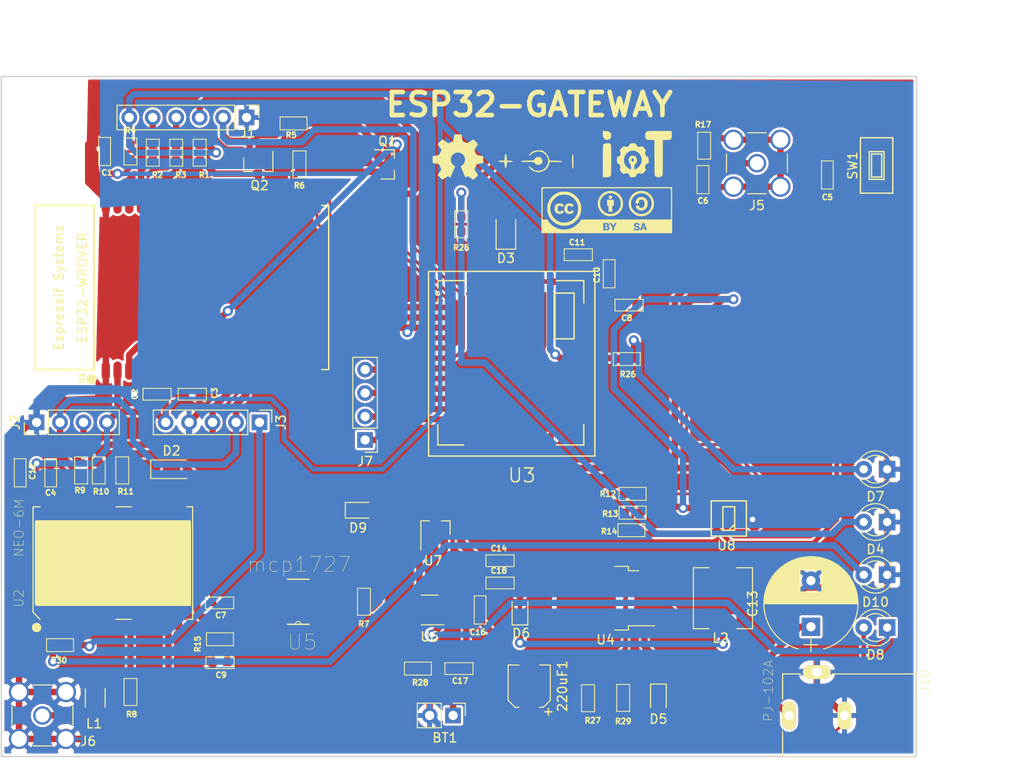
<source format=kicad_pcb>
(kicad_pcb (version 4) (host pcbnew 4.0.6-e0-6349~53~ubuntu16.04.1)
  (layers (0 F.Cu signal hide) (31 B.Cu signal) (34 B.Paste user) (35 F.Paste user) (36 B.SilkS user) (37 F.SilkS user) (38 B.Mask user) (39 F.Mask user) (44 Edge.Cuts user))
  (net 0 "")
  (net 1 "Net-(BT1-Pad1)")
  (net 2 GND)
  (net 3 EN)
  (net 4 +3V3)
  (net 5 "Net-(C5-Pad2)")
  (net 6 "Net-(C6-Pad2)")
  (net 7 "Net-(C6-Pad1)")
  (net 8 "Net-(C8-Pad1)")
  (net 9 +5V)
  (net 10 "Net-(D2-Pad1)")
  (net 11 "Net-(D3-Pad1)")
  (net 12 "Net-(D4-Pad2)")
  (net 13 "Net-(C13-Pad1)")
  (net 14 "Net-(D5-Pad2)")
  (net 15 "Net-(D6-Pad1)")
  (net 16 "Net-(D7-Pad2)")
  (net 17 "Net-(D8-Pad2)")
  (net 18 "Net-(D8-Pad1)")
  (net 19 "Net-(D10-Pad2)")
  (net 20 TXD-02)
  (net 21 RXD-02)
  (net 22 PULSE)
  (net 23 "Net-(J4-Pad3)")
  (net 24 "Net-(J4-Pad2)")
  (net 25 "Net-(J4-Pad6)")
  (net 26 "Net-(J7-Pad1)")
  (net 27 "Net-(J7-Pad2)")
  (net 28 "Net-(J7-Pad3)")
  (net 29 "Net-(J7-Pad4)")
  (net 30 "Net-(L1-Pad1)")
  (net 31 "Net-(Q1-Pad1)")
  (net 32 DTR)
  (net 33 "Net-(Q2-Pad1)")
  (net 34 RTS)
  (net 35 IO0)
  (net 36 TXD)
  (net 37 "Net-(J1-Pad5)")
  (net 38 RXD)
  (net 39 "Net-(J1-Pad4)")
  (net 40 "Net-(R8-Pad1)")
  (net 41 "Net-(R9-Pad2)")
  (net 42 "Net-(R10-Pad2)")
  (net 43 "Net-(R11-Pad2)")
  (net 44 "Net-(R12-Pad2)")
  (net 45 "Net-(R13-Pad2)")
  (net 46 "Net-(R14-Pad2)")
  (net 47 "Net-(R25-Pad1)")
  (net 48 "Net-(R28-Pad1)")
  (net 49 "Net-(U1-Pad4)")
  (net 50 "Net-(U1-Pad5)")
  (net 51 "Net-(U1-Pad6)")
  (net 52 "Net-(U1-Pad7)")
  (net 53 "Net-(U1-Pad8)")
  (net 54 "Net-(U1-Pad9)")
  (net 55 "Net-(U1-Pad10)")
  (net 56 "Net-(U1-Pad11)")
  (net 57 "Net-(U1-Pad14)")
  (net 58 TXD-01)
  (net 59 RXD-01)
  (net 60 CTS)
  (net 61 DCD)
  (net 62 RI)
  (net 63 "Net-(U1-Pad24)")
  (net 64 "Net-(U1-Pad26)")
  (net 65 "Net-(U1-Pad27)")
  (net 66 "Net-(U1-Pad28)")
  (net 67 "Net-(U1-Pad29)")
  (net 68 "Net-(U1-Pad30)")
  (net 69 "Net-(U1-Pad31)")
  (net 70 "Net-(U1-Pad32)")
  (net 71 "Net-(U1-Pad33)")
  (net 72 "Net-(U1-Pad36)")
  (net 73 "Net-(U1-Pad37)")
  (net 74 "Net-(U2-Pad1)")
  (net 75 "Net-(U2-Pad2)")
  (net 76 "Net-(U2-Pad4)")
  (net 77 "Net-(U2-Pad5)")
  (net 78 "Net-(U2-Pad6)")
  (net 79 "Net-(U2-Pad7)")
  (net 80 "Net-(U2-Pad13)")
  (net 81 "Net-(U2-Pad14)")
  (net 82 "Net-(U2-Pad15)")
  (net 83 "Net-(U2-Pad16)")
  (net 84 "Net-(U2-Pad17)")
  (net 85 "Net-(U2-Pad18)")
  (net 86 "Net-(U2-Pad19)")
  (net 87 "Net-(U8-Pad5)")
  (net 88 "Net-(U3-Pad14)")
  (net 89 "Net-(U3-Pad20)")
  (net 90 "Net-(U3-Pad22)")
  (net 91 "Net-(U3-Pad23)")
  (net 92 "Net-(U3-Pad24)")
  (net 93 "Net-(U3-Pad25)")
  (net 94 "Net-(U3-Pad26)")
  (net 95 "Net-(U3-Pad29)")
  (net 96 "Net-(U3-Pad38)")
  (net 97 "Net-(U3-Pad40)")
  (net 98 "Net-(U3-Pad42)")
  (net 99 "Net-(U1-Pad23)")
  (net 100 "Net-(220uF1-Pad1)")
  (net 101 "Net-(J6-Pad1)")
  (net 102 "Net-(C7-Pad1)")
  (net 103 "Net-(R7-Pad2)")
  (net 104 "Net-(U5-Pad5)")
  (module footprint:simcard (layer F.Cu) (at 159.512 74.168)
    (fp_text reference J4 hide)
    (fp_text value SIM_Card hide)
    (pad 3 smd rect (at 3.74 7.02) (size 3.8 1) (layers F.Cu F.Paste F.Mask) (net 23 "Net-(J4-Pad3)"))
    (pad "" smd rect (at 8.65 0.9) (size 4.5 3) (layers F.Cu F.Paste F.Mask))
    (pad "" smd rect (at 8.65 15.5) (size 4.5 3) (layers F.Cu F.Paste F.Mask))
    (pad 2 smd rect (at 3.74 9.56) (size 3.8 1) (layers F.Cu F.Paste F.Mask) (net 24 "Net-(J4-Pad2)"))
    (pad 1 smd rect (at 3.74 12.1) (size 3.8 1) (layers F.Cu F.Paste F.Mask) (net 5 "Net-(C5-Pad2)"))
    (pad 6 smd rect (at 15.64 7.02) (size 3.8 1) (layers F.Cu F.Paste F.Mask) (net 25 "Net-(J4-Pad6)"))
    (pad 5 smd rect (at 15.64 9.56) (size 3.8 1) (layers F.Cu F.Paste F.Mask) (net 2 GND))
    (pad 4 smd rect (at 15.64 12.1) (size 3.8 1) (layers F.Cu F.Paste F.Mask))
  )
  (module footprint:esp32-wrover-32S (layer F.Cu) (at 107.823 78.74 270)
    (fp_text reference U1 (at 9.788766 12.728355 270) (layer F.SilkS) (effects (font (size 0.6 0.6))))
    (fp_text value ESP32-WROVER-V3 hide)
    (fp_text user ESP32-WROVER (at 0 12.7 270) (layer F.SilkS))
    (fp_text user "Espressif Systems" (at 0 15.24 270) (layer F.SilkS))
    (pad 1 smd oval (at 9 10.16 270) (size 2 0.9) (layers F.Cu F.Paste F.Mask) (net 2 GND))
    (pad 2 smd oval (at 9 8.89 270) (size 2 0.9) (layers F.Cu F.Paste F.Mask) (net 4 +3V3))
    (pad 3 smd oval (at 9 7.62 270) (size 2 0.9) (layers F.Cu F.Paste F.Mask) (net 3 EN))
    (pad 4 smd oval (at 9 6.35 270) (size 2 0.9) (layers F.Cu F.Paste F.Mask) (net 49 "Net-(U1-Pad4)"))
    (pad 5 smd oval (at 9 5.08 270) (size 2 0.9) (layers F.Cu F.Paste F.Mask) (net 50 "Net-(U1-Pad5)"))
    (pad 6 smd oval (at 9 3.81 270) (size 2 0.9) (layers F.Cu F.Paste F.Mask) (net 51 "Net-(U1-Pad6)"))
    (pad 7 smd oval (at 9 2.54 270) (size 2 0.9) (layers F.Cu F.Paste F.Mask) (net 52 "Net-(U1-Pad7)"))
    (pad 8 smd oval (at 9 1.27 270) (size 2 0.9) (layers F.Cu F.Paste F.Mask) (net 53 "Net-(U1-Pad8)"))
    (pad 9 smd oval (at 9 0 270) (size 2 0.9) (layers F.Cu F.Paste F.Mask) (net 54 "Net-(U1-Pad9)"))
    (pad 10 smd oval (at 9 -1.27 270) (size 2 0.9) (layers F.Cu F.Paste F.Mask) (net 55 "Net-(U1-Pad10)"))
    (pad 11 smd oval (at 9 -2.54 270) (size 2 0.9) (layers F.Cu F.Paste F.Mask) (net 56 "Net-(U1-Pad11)"))
    (pad 12 smd oval (at 9 -3.81 270) (size 2 0.9) (layers F.Cu F.Paste F.Mask) (net 21 RXD-02))
    (pad 13 smd oval (at 9 -5.08 270) (size 2 0.9) (layers F.Cu F.Paste F.Mask) (net 20 TXD-02))
    (pad 14 smd oval (at 9 -6.35 270) (size 2 0.9) (layers F.Cu F.Paste F.Mask) (net 57 "Net-(U1-Pad14)"))
    (pad 15 smd oval (at 9 -7.62 270) (size 2 0.9) (layers F.Cu F.Paste F.Mask) (net 2 GND))
    (pad 16 smd oval (at 9 -8.89 270) (size 2 0.9) (layers F.Cu F.Paste F.Mask) (net 62 RI))
    (pad 17 smd oval (at 9 -10.16 270) (size 2 0.9) (layers F.Cu F.Paste F.Mask) (net 58 TXD-01))
    (pad 18 smd oval (at 9 -11.43 270) (size 2 0.9) (layers F.Cu F.Paste F.Mask) (net 59 RXD-01))
    (pad 19 smd oval (at 9 -12.7 270) (size 2 0.9) (layers F.Cu F.Paste F.Mask) (net 34 RTS))
    (pad 20 smd oval (at -9 -12.7 270) (size 2 0.9) (layers F.Cu F.Paste F.Mask) (net 60 CTS))
    (pad 21 smd oval (at -9 -11.43 270) (size 2 0.9) (layers F.Cu F.Paste F.Mask) (net 61 DCD))
    (pad 22 smd oval (at -9 -10.16 270) (size 2 0.9) (layers F.Cu F.Paste F.Mask) (net 32 DTR))
    (pad 23 smd oval (at -9 -8.89 270) (size 2 0.9) (layers F.Cu F.Paste F.Mask) (net 99 "Net-(U1-Pad23)"))
    (pad 24 smd oval (at -9 -7.62 270) (size 2 0.9) (layers F.Cu F.Paste F.Mask) (net 63 "Net-(U1-Pad24)"))
    (pad 25 smd oval (at -9 -6.35 270) (size 2 0.9) (layers F.Cu F.Paste F.Mask) (net 35 IO0))
    (pad 26 smd oval (at -9 -5.08 270) (size 2 0.9) (layers F.Cu F.Paste F.Mask) (net 64 "Net-(U1-Pad26)"))
    (pad 27 smd oval (at -9 -3.81 270) (size 2 0.9) (layers F.Cu F.Paste F.Mask) (net 65 "Net-(U1-Pad27)"))
    (pad 28 smd oval (at -9 -2.54 270) (size 2 0.9) (layers F.Cu F.Paste F.Mask) (net 66 "Net-(U1-Pad28)"))
    (pad 29 smd oval (at -9 -1.27 270) (size 2 0.9) (layers F.Cu F.Paste F.Mask) (net 67 "Net-(U1-Pad29)"))
    (pad 30 smd oval (at -9 0 270) (size 2 0.9) (layers F.Cu F.Paste F.Mask) (net 68 "Net-(U1-Pad30)"))
    (pad 31 smd oval (at -9 1.27 270) (size 2 0.9) (layers F.Cu F.Paste F.Mask) (net 69 "Net-(U1-Pad31)"))
    (pad 32 smd oval (at -9 2.54 270) (size 2 0.9) (layers F.Cu F.Paste F.Mask) (net 70 "Net-(U1-Pad32)"))
    (pad 33 smd oval (at -9 3.81 270) (size 2 0.9) (layers F.Cu F.Paste F.Mask) (net 71 "Net-(U1-Pad33)"))
    (pad 34 smd oval (at -9 5.08 270) (size 2 0.9) (layers F.Cu F.Paste F.Mask) (net 38 RXD))
    (pad 35 smd oval (at -9 6.35 270) (size 2 0.9) (layers F.Cu F.Paste F.Mask) (net 36 TXD))
    (pad 36 smd oval (at -9 7.62 270) (size 2 0.9) (layers F.Cu F.Paste F.Mask) (net 72 "Net-(U1-Pad36)"))
    (pad 37 smd oval (at -9 8.89 270) (size 2 0.9) (layers F.Cu F.Paste F.Mask) (net 73 "Net-(U1-Pad37)"))
    (pad 38 smd oval (at -9 10.16 270) (size 2 0.9) (layers F.Cu F.Paste F.Mask) (net 2 GND))
  )
  (module footprint:logo-jack_7.4x3 (layer F.Cu) (at 144.399 65.151 90)
    (fp_text reference G*** hide)
    (fp_text value LOGO hide)
  )
  (module footprint:sim800c (layer F.Cu) (at 141.605 86.995)
    (fp_text reference U3 (at 1.1 12.1) (layer F.SilkS) (effects (font (size 1.5 1.5))))
    (fp_text value SIM800C-RESCUE-esp32-gateway-hw)
    (pad 1 smd rect (at -8 -6.1 90) (size 0.6 1.8) (layers F.Cu F.Paste F.Mask) (net 58 TXD-01))
    (pad 2 smd rect (at -8 -5 90) (size 0.6 1.8) (layers F.Cu F.Paste F.Mask) (net 59 RXD-01))
    (pad 3 smd rect (at -8 -3.9 90) (size 0.6 1.8) (layers F.Cu F.Paste F.Mask) (net 34 RTS))
    (pad 4 smd rect (at -8 -2.8 90) (size 0.6 1.8) (layers F.Cu F.Paste F.Mask) (net 60 CTS))
    (pad 5 smd rect (at -8 -1.7 90) (size 0.6 1.8) (layers F.Cu F.Paste F.Mask) (net 61 DCD))
    (pad 6 smd rect (at -8 -0.6 90) (size 0.6 1.8) (layers F.Cu F.Paste F.Mask) (net 32 DTR))
    (pad 7 smd rect (at -8 0.5 90) (size 0.6 1.8) (layers F.Cu F.Paste F.Mask) (net 62 RI))
    (pad 8 smd rect (at -8 1.6 90) (size 0.6 1.8) (layers F.Cu F.Paste F.Mask) (net 2 GND))
    (pad 9 smd rect (at -8 2.7 90) (size 0.6 1.8) (layers F.Cu F.Paste F.Mask) (net 29 "Net-(J7-Pad4)"))
    (pad 10 smd rect (at -8 3.8 90) (size 0.6 1.8) (layers F.Cu F.Paste F.Mask) (net 28 "Net-(J7-Pad3)"))
    (pad 11 smd rect (at -8 4.9 90) (size 0.6 1.8) (layers F.Cu F.Paste F.Mask) (net 27 "Net-(J7-Pad2)"))
    (pad 12 smd rect (at -8 6 90) (size 0.6 1.8) (layers F.Cu F.Paste F.Mask) (net 26 "Net-(J7-Pad1)"))
    (pad 13 smd rect (at -4.55 8.75) (size 0.6 1.8) (layers F.Cu F.Paste F.Mask) (net 2 GND))
    (pad 14 smd rect (at -3.45 8.75) (size 0.6 1.8) (layers F.Cu F.Paste F.Mask) (net 88 "Net-(U3-Pad14)"))
    (pad 15 smd rect (at -2.35 8.75) (size 0.6 1.8) (layers F.Cu F.Paste F.Mask) (net 46 "Net-(R14-Pad2)"))
    (pad 16 smd rect (at -1.25 8.75) (size 0.6 1.8) (layers F.Cu F.Paste F.Mask) (net 45 "Net-(R13-Pad2)"))
    (pad 17 smd rect (at -0.15 8.75) (size 0.6 1.8) (layers F.Cu F.Paste F.Mask) (net 44 "Net-(R12-Pad2)"))
    (pad 18 smd rect (at 0.95 8.75) (size 0.6 1.8) (layers F.Cu F.Paste F.Mask) (net 5 "Net-(C5-Pad2)"))
    (pad 19 smd rect (at 2.05 8.75) (size 0.6 1.8) (layers F.Cu F.Paste F.Mask) (net 2 GND))
    (pad 20 smd rect (at 3.15 8.75) (size 0.6 1.8) (layers F.Cu F.Paste F.Mask) (net 89 "Net-(U3-Pad20)"))
    (pad 21 smd rect (at 4.25 8.75) (size 0.6 1.8) (layers F.Cu F.Paste F.Mask) (net 2 GND))
    (pad 22 smd rect (at 7.75 6 90) (size 0.6 1.8) (layers F.Cu F.Paste F.Mask) (net 90 "Net-(U3-Pad22)"))
    (pad 23 smd rect (at 7.75 4.9 90) (size 0.6 1.8) (layers F.Cu F.Paste F.Mask) (net 91 "Net-(U3-Pad23)"))
    (pad 24 smd rect (at 7.75 3.8 90) (size 0.6 1.8) (layers F.Cu F.Paste F.Mask) (net 92 "Net-(U3-Pad24)"))
    (pad 25 smd rect (at 7.75 2.7 90) (size 0.6 1.8) (layers F.Cu F.Paste F.Mask) (net 93 "Net-(U3-Pad25)"))
    (pad 26 smd rect (at 7.75 1.6 90) (size 0.6 1.8) (layers F.Cu F.Paste F.Mask) (net 94 "Net-(U3-Pad26)"))
    (pad 27 smd rect (at 7.75 0.5 90) (size 0.6 1.8) (layers F.Cu F.Paste F.Mask) (net 2 GND))
    (pad 28 smd rect (at 7.75 -0.6 90) (size 0.6 1.8) (layers F.Cu F.Paste F.Mask) (net 4 +3V3))
    (pad 29 smd rect (at 7.75 -1.7 90) (size 0.6 1.8) (layers F.Cu F.Paste F.Mask) (net 95 "Net-(U3-Pad29)"))
    (pad 30 smd rect (at 7.75 -2.8 90) (size 0.6 1.8) (layers F.Cu F.Paste F.Mask) (net 2 GND))
    (pad 31 smd rect (at 7.75 -3.9 90) (size 0.6 1.8) (layers F.Cu F.Paste F.Mask) (net 2 GND))
    (pad 32 smd rect (at 7.75 -5 90) (size 0.6 1.8) (layers F.Cu F.Paste F.Mask) (net 8 "Net-(C8-Pad1)"))
    (pad 33 smd rect (at 7.75 -6.1 90) (size 0.6 1.8) (layers F.Cu F.Paste F.Mask) (net 2 GND))
    (pad 34 smd rect (at 4.25 -8.9) (size 0.6 1.8) (layers F.Cu F.Paste F.Mask) (net 4 +3V3))
    (pad 35 smd rect (at 3.15 -8.9) (size 0.6 1.8) (layers F.Cu F.Paste F.Mask) (net 4 +3V3))
    (pad 36 smd rect (at 2.05 -8.9) (size 0.6 1.8) (layers F.Cu F.Paste F.Mask) (net 2 GND))
    (pad 37 smd rect (at 0.95 -8.9) (size 0.6 1.8) (layers F.Cu F.Paste F.Mask) (net 2 GND))
    (pad 38 smd rect (at -0.15 -8.9) (size 0.6 1.8) (layers F.Cu F.Paste F.Mask) (net 96 "Net-(U3-Pad38)"))
    (pad 39 smd rect (at -1.25 -8.9) (size 0.6 1.8) (layers F.Cu F.Paste F.Mask) (net 11 "Net-(D3-Pad1)"))
    (pad 40 smd rect (at -2.35 -8.9) (size 0.6 1.8) (layers F.Cu F.Paste F.Mask) (net 97 "Net-(U3-Pad40)"))
    (pad 41 smd rect (at -3.45 -8.9) (size 0.6 1.8) (layers F.Cu F.Paste F.Mask) (net 47 "Net-(R25-Pad1)"))
    (pad 42 smd rect (at -4.55 -8.9) (size 0.6 1.8) (layers F.Cu F.Paste F.Mask) (net 98 "Net-(U3-Pad42)"))
  )
  (module footprint:R_0603 (layer F.Cu) (at 136.144 71.882 90)
    (fp_text reference R25 (at -2.54 0 180) (layer F.SilkS) (effects (font (size 0.6 0.6))))
    (fp_text value 330 hide)
    (pad 2 smd rect (at 0.799999 0 90) (size 0.8 0.9) (layers F.Cu F.Paste F.Mask) (net 12 "Net-(D4-Pad2)"))
    (pad 1 smd rect (at -0.799999 0 90) (size 0.8 0.9) (layers F.Cu F.Paste F.Mask) (net 47 "Net-(R25-Pad1)"))
  )
  (module Capacitors_SMD:CP_Elec_4x4.5 (layer F.Cu) (at 143.51 121.92 90)
    (fp_text reference 220uF1 (at 0 3.58 270) (layer F.SilkS))
    (fp_text value CP)
    (fp_text user + (at -2.78 1.99 270) (layer F.SilkS))
    (pad 1 smd rect (at -1.8 0 270) (size 2.6 1.6) (layers F.Cu F.Paste F.Mask) (net 100 "Net-(220uF1-Pad1)"))
    (pad 2 smd rect (at 1.8 0 270) (size 2.6 1.6) (layers F.Cu F.Paste F.Mask) (net 2 GND))
  )
  (module footprint:C_0603 (layer F.Cu) (at 97.536 64.008 90)
    (fp_text reference C1 (at -2.286 0.254 360) (layer F.SilkS) (effects (font (size 0.6 0.6))))
    (fp_text value 0.1uF/50V hide)
    (pad 2 smd rect (at 0.799999 0 90) (size 0.9 0.75) (layers F.Cu F.Paste F.Mask) (net 2 GND))
    (pad 1 smd rect (at -0.799999 0 90) (size 0.9 0.75) (layers F.Cu F.Paste F.Mask) (net 3 EN))
  )
  (module footprint:C_0603 (layer F.Cu) (at 103.213001 90.297 180)
    (fp_text reference C2 (at 2.413 0 450) (layer F.SilkS) (effects (font (size 0.6 0.6))))
    (fp_text value 0.1uF hide)
    (pad 2 smd rect (at 0.799999 0 180) (size 0.9 0.75) (layers F.Cu F.Paste F.Mask) (net 2 GND))
    (pad 1 smd rect (at -0.799999 0 180) (size 0.9 0.75) (layers F.Cu F.Paste F.Mask) (net 4 +3V3))
  )
  (module footprint:C_0603 (layer F.Cu) (at 107.023001 90.297)
    (fp_text reference C3 (at 2.413 -0.127 270) (layer F.SilkS) (effects (font (size 0.6 0.6))))
    (fp_text value 10uF hide)
    (pad 2 smd rect (at 0.799999 0) (size 0.9 0.75) (layers F.Cu F.Paste F.Mask) (net 2 GND))
    (pad 1 smd rect (at -0.799999 0) (size 0.9 0.75) (layers F.Cu F.Paste F.Mask) (net 4 +3V3))
  )
  (module footprint:C_0603 (layer F.Cu) (at 91.694 98.806 90)
    (fp_text reference C4 (at -2.159 0 360) (layer F.SilkS) (effects (font (size 0.6 0.6))))
    (fp_text value 10uF hide)
    (pad 2 smd rect (at 0.799999 0 90) (size 0.9 0.75) (layers F.Cu F.Paste F.Mask) (net 4 +3V3))
    (pad 1 smd rect (at -0.799999 0 90) (size 0.9 0.75) (layers F.Cu F.Paste F.Mask) (net 2 GND))
  )
  (module footprint:C_0603 (layer F.Cu) (at 175.768 66.548 270)
    (fp_text reference C5 (at 2.413 0 540) (layer F.SilkS) (effects (font (size 0.6 0.6))))
    (fp_text value C hide)
    (pad 2 smd rect (at 0.799999 0 270) (size 0.9 0.75) (layers F.Cu F.Paste F.Mask) (net 5 "Net-(C5-Pad2)"))
    (pad 1 smd rect (at -0.799999 0 270) (size 0.9 0.75) (layers F.Cu F.Paste F.Mask) (net 2 GND))
  )
  (module footprint:C_0603 (layer F.Cu) (at 162.306 67.056 90)
    (fp_text reference C6 (at -2.286 0 360) (layer F.SilkS) (effects (font (size 0.6 0.6))))
    (fp_text value C hide)
    (pad 2 smd rect (at 0.799999 0 90) (size 0.9 0.75) (layers F.Cu F.Paste F.Mask) (net 6 "Net-(C6-Pad2)"))
    (pad 1 smd rect (at -0.799999 0 90) (size 0.9 0.75) (layers F.Cu F.Paste F.Mask) (net 7 "Net-(C6-Pad1)"))
  )
  (module footprint:C_0603 (layer F.Cu) (at 154.305 80.645)
    (fp_text reference C8 (at -0.254 1.397 180) (layer F.SilkS) (effects (font (size 0.6 0.6))))
    (fp_text value C hide)
    (pad 2 smd rect (at 0.799999 0) (size 0.9 0.75) (layers F.Cu F.Paste F.Mask) (net 6 "Net-(C6-Pad2)"))
    (pad 1 smd rect (at -0.799999 0) (size 0.9 0.75) (layers F.Cu F.Paste F.Mask) (net 8 "Net-(C8-Pad1)"))
  )
  (module footprint:C_0603 (layer F.Cu) (at 140.335 108.331)
    (fp_text reference C14 (at -0.127 -1.3335 180) (layer F.SilkS) (effects (font (size 0.6 0.6))))
    (fp_text value 4.7uF hide)
    (pad 2 smd rect (at 0.799999 0) (size 0.9 0.75) (layers F.Cu F.Paste F.Mask) (net 2 GND))
    (pad 1 smd rect (at -0.799999 0) (size 0.9 0.75) (layers F.Cu F.Paste F.Mask) (net 9 +5V))
  )
  (module footprint:C_0603 (layer F.Cu) (at 138.176 113.665 90)
    (fp_text reference C16 (at -2.413 -0.254 360) (layer F.SilkS) (effects (font (size 0.6 0.6))))
    (fp_text value 4.7uF hide)
    (pad 2 smd rect (at 0.799999 0 90) (size 0.9 0.75) (layers F.Cu F.Paste F.Mask) (net 2 GND))
    (pad 1 smd rect (at -0.799999 0 90) (size 0.9 0.75) (layers F.Cu F.Paste F.Mask) (net 100 "Net-(220uF1-Pad1)"))
  )
  (module footprint:C_0603 (layer F.Cu) (at 135.89 120.015 180)
    (fp_text reference C17 (at -0.127 -1.3335 360) (layer F.SilkS) (effects (font (size 0.6 0.6))))
    (fp_text value 4.7uF hide)
    (pad 2 smd rect (at 0.799999 0 180) (size 0.9 0.75) (layers F.Cu F.Paste F.Mask) (net 2 GND))
    (pad 1 smd rect (at -0.799999 0 180) (size 0.9 0.75) (layers F.Cu F.Paste F.Mask) (net 1 "Net-(BT1-Pad1)"))
  )
  (module footprint:C_0603 (layer F.Cu) (at 140.335 110.744)
    (fp_text reference C18 (at -0.127 -1.3335 180) (layer F.SilkS) (effects (font (size 0.6 0.6))))
    (fp_text value 1uF hide)
    (pad 2 smd rect (at 0.799999 0) (size 0.9 0.75) (layers F.Cu F.Paste F.Mask) (net 2 GND))
    (pad 1 smd rect (at -0.799999 0) (size 0.9 0.75) (layers F.Cu F.Paste F.Mask) (net 9 +5V))
  )
  (module Diodes_SMD:D_SOD-123 (layer F.Cu) (at 104.775 98.425)
    (fp_text reference D2 (at 0 -2) (layer F.SilkS))
    (fp_text value 1N4148)
    (pad 1 smd rect (at -1.65 0) (size 0.9 1.2) (layers F.Cu F.Paste F.Mask) (net 10 "Net-(D2-Pad1)"))
    (pad 2 smd rect (at 1.65 0) (size 0.9 1.2) (layers F.Cu F.Paste F.Mask) (net 4 +3V3))
  )
  (module Diodes_SMD:D_1206 (layer F.Cu) (at 140.97 72.39 90)
    (fp_text reference D3 (at -3.175 0 180) (layer F.SilkS))
    (fp_text value D_TVS)
    (pad 1 smd rect (at -1.5 0 90) (size 1 1.6) (layers F.Cu F.Paste F.Mask) (net 11 "Net-(D3-Pad1)"))
    (pad 2 smd rect (at 1.5 0 90) (size 1 1.6) (layers F.Cu F.Paste F.Mask) (net 2 GND))
  )
  (module Diodes_SMD:D_SOD-323 (layer F.Cu) (at 157.48 123.19 270)
    (fp_text reference D5 (at 2.286 0 360) (layer F.SilkS))
    (fp_text value D_Schottky_Small)
    (pad 1 smd rect (at -1.05 0 270) (size 0.6 0.45) (layers F.Cu F.Paste F.Mask) (net 13 "Net-(C13-Pad1)"))
    (pad 2 smd rect (at 1.05 0 270) (size 0.6 0.45) (layers F.Cu F.Paste F.Mask) (net 14 "Net-(D5-Pad2)"))
  )
  (module Diodes_SMD:D_SOD-323 (layer F.Cu) (at 142.494 113.792 90)
    (fp_text reference D6 (at -2.413 0.127 180) (layer F.SilkS))
    (fp_text value D_Schottky_Small)
    (pad 1 smd rect (at -1.05 0 90) (size 0.6 0.45) (layers F.Cu F.Paste F.Mask) (net 15 "Net-(D6-Pad1)"))
    (pad 2 smd rect (at 1.05 0 90) (size 0.6 0.45) (layers F.Cu F.Paste F.Mask) (net 2 GND))
  )
  (module Diodes_SMD:D_SOD-323 (layer F.Cu) (at 125.095 102.87)
    (fp_text reference D9 (at -0.127 1.905) (layer F.SilkS))
    (fp_text value D_Schottky_Small)
    (pad 1 smd rect (at -1.05 0) (size 0.6 0.45) (layers F.Cu F.Paste F.Mask) (net 9 +5V))
    (pad 2 smd rect (at 1.05 0) (size 0.6 0.45) (layers F.Cu F.Paste F.Mask) (net 100 "Net-(220uF1-Pad1)"))
  )
  (module Pin_Headers:Pin_Header_Straight_1x06_Pitch2.54mm (layer F.Cu) (at 112.903 60.325 270)
    (fp_text reference J1 (at 1.651 -0.127 360) (layer F.SilkS))
    (fp_text value Conn_01x06)
    (pad 1 thru_hole rect (at 0 0 270) (size 1.7 1.7) (drill 1) (layers *.Cu *.Mask) (net 2 GND))
    (pad 2 thru_hole oval (at 0 2.54 270) (size 1.7 1.7) (drill 1) (layers *.Cu *.Mask) (net 34 RTS))
    (pad 3 thru_hole oval (at 0 5.08 270) (size 1.7 1.7) (drill 1) (layers *.Cu *.Mask) (net 32 DTR))
    (pad 4 thru_hole oval (at 0 7.62 270) (size 1.7 1.7) (drill 1) (layers *.Cu *.Mask) (net 39 "Net-(J1-Pad4)"))
    (pad 5 thru_hole oval (at 0 10.16 270) (size 1.7 1.7) (drill 1) (layers *.Cu *.Mask) (net 37 "Net-(J1-Pad5)"))
    (pad 6 thru_hole oval (at 0 12.7 270) (size 1.7 1.7) (drill 1) (layers *.Cu *.Mask) (net 4 +3V3))
  )
  (module Pin_Headers:Pin_Header_Straight_1x04_Pitch2.54mm (layer F.Cu) (at 90.17 93.345 90)
    (fp_text reference J2 (at 0 -2.33 90) (layer F.SilkS))
    (fp_text value Conn_01x04)
    (pad 1 thru_hole rect (at 0 0 90) (size 1.7 1.7) (drill 1) (layers *.Cu *.Mask) (net 2 GND))
    (pad 2 thru_hole oval (at 0 2.54 90) (size 1.7 1.7) (drill 1) (layers *.Cu *.Mask) (net 20 TXD-02))
    (pad 3 thru_hole oval (at 0 5.08 90) (size 1.7 1.7) (drill 1) (layers *.Cu *.Mask) (net 21 RXD-02))
    (pad 4 thru_hole oval (at 0 7.62 90) (size 1.7 1.7) (drill 1) (layers *.Cu *.Mask) (net 4 +3V3))
  )
  (module Pin_Headers:Pin_Header_Straight_1x05_Pitch2.54mm (layer F.Cu) (at 114.3 93.345 270)
    (fp_text reference J3 (at 0 -2.33 270) (layer F.SilkS))
    (fp_text value Conn_01x05)
    (pad 1 thru_hole rect (at 0 0 270) (size 1.7 1.7) (drill 1) (layers *.Cu *.Mask) (net 22 PULSE))
    (pad 2 thru_hole oval (at 0 2.54 270) (size 1.7 1.7) (drill 1) (layers *.Cu *.Mask) (net 20 TXD-02))
    (pad 3 thru_hole oval (at 0 5.08 270) (size 1.7 1.7) (drill 1) (layers *.Cu *.Mask) (net 21 RXD-02))
    (pad 4 thru_hole oval (at 0 7.62 270) (size 1.7 1.7) (drill 1) (layers *.Cu *.Mask) (net 2 GND))
    (pad 5 thru_hole oval (at 0 10.16 270) (size 1.7 1.7) (drill 1) (layers *.Cu *.Mask) (net 4 +3V3))
  )
  (module footprint:SMA_Straight (layer F.Cu) (at 168.148 65.278)
    (fp_text reference J5 (at 0 4.572) (layer F.SilkS))
    (fp_text value ANTEN)
    (pad 2 thru_hole circle (at -2.54 2.54) (size 2.2 2.2) (drill 1.7) (layers *.Cu *.Mask) (net 7 "Net-(C6-Pad1)"))
    (pad 2 thru_hole circle (at -2.54 -2.54) (size 2.2 2.2) (drill 1.7) (layers *.Cu *.Mask) (net 7 "Net-(C6-Pad1)"))
    (pad 2 thru_hole circle (at 2.54 -2.54) (size 2.2 2.2) (drill 1.7) (layers *.Cu *.Mask) (net 7 "Net-(C6-Pad1)"))
    (pad 2 thru_hole circle (at 2.54 2.54) (size 2.2 2.2) (drill 1.7) (layers *.Cu *.Mask) (net 7 "Net-(C6-Pad1)"))
    (pad 1 thru_hole circle (at 0 0) (size 2 2) (drill 1.5) (layers *.Cu *.Mask) (net 6 "Net-(C6-Pad2)"))
  )
  (module footprint:jackdc (layer F.Cu) (at 174.625 125.095 270)
    (fp_text reference J10 (at -3.7158 -11.6531 270) (layer F.SilkS) (effects (font (size 1.00156 1.00156) (thickness 0.05))))
    (fp_text value PJ-102A (at -2.65485 5.2422 270) (layer F.SilkS) (effects (font (size 1.00286 1.00286) (thickness 0.05))))
    (pad 2 thru_hole oval (at 0 -3 270) (size 3.016 1.508) (drill 1) (layers *.Cu *.Mask F.SilkS) (net 2 GND))
    (pad 1 thru_hole oval (at 0 3 270) (size 3.016 1.508) (drill 1) (layers *.Cu *.Mask F.SilkS) (net 14 "Net-(D5-Pad2)"))
    (pad 3 thru_hole oval (at -4.7 0) (size 3.016 1.508) (drill 1) (layers *.Cu *.Mask F.SilkS) (net 2 GND))
  )
  (module Inductors_SMD:L_1206 (layer F.Cu) (at 96.52 123.19 270)
    (fp_text reference L1 (at 2.794 0.127 360) (layer F.SilkS))
    (fp_text value 22uH)
    (pad 1 smd rect (at -1.45 0 270) (size 0.9 1.7) (layers F.Cu F.Paste F.Mask) (net 30 "Net-(L1-Pad1)"))
    (pad 2 smd rect (at 1.45 0 270) (size 0.9 1.7) (layers F.Cu F.Paste F.Mask) (net 101 "Net-(J6-Pad1)"))
  )
  (module Inductors_SMD:L_6.3x6.3_H3 (layer F.Cu) (at 164.465 112.395 90)
    (fp_text reference L2 (at -4.318 -0.254 180) (layer F.SilkS))
    (fp_text value 33uH)
    (pad 1 smd rect (at -2.75 0 90) (size 1.5 2.4) (layers F.Cu F.Paste F.Mask) (net 15 "Net-(D6-Pad1)"))
    (pad 2 smd rect (at 2.75 0 90) (size 1.5 2.4) (layers F.Cu F.Paste F.Mask) (net 100 "Net-(220uF1-Pad1)"))
  )
  (module TO_SOT_Packages_SMD:SOT-23 (layer F.Cu) (at 128.143 65.405)
    (fp_text reference Q1 (at 0 -2.5) (layer F.SilkS))
    (fp_text value 2SC1945)
    (pad 1 smd rect (at -1 -0.95) (size 0.9 0.8) (layers F.Cu F.Paste F.Mask) (net 31 "Net-(Q1-Pad1)"))
    (pad 2 smd rect (at -1 0.95) (size 0.9 0.8) (layers F.Cu F.Paste F.Mask) (net 32 DTR))
    (pad 3 smd rect (at 1 0) (size 0.9 0.8) (layers F.Cu F.Paste F.Mask) (net 3 EN))
  )
  (module TO_SOT_Packages_SMD:SOT-23 (layer F.Cu) (at 114.173 65.405 270)
    (fp_text reference Q2 (at 2.286 -0.127 360) (layer F.SilkS))
    (fp_text value 2SC1945)
    (pad 1 smd rect (at -1 -0.95 270) (size 0.9 0.8) (layers F.Cu F.Paste F.Mask) (net 33 "Net-(Q2-Pad1)"))
    (pad 2 smd rect (at -1 0.95 270) (size 0.9 0.8) (layers F.Cu F.Paste F.Mask) (net 34 RTS))
    (pad 3 smd rect (at 1 0 270) (size 0.9 0.8) (layers F.Cu F.Paste F.Mask) (net 35 IO0))
  )
  (module footprint:R_0603 (layer F.Cu) (at 107.823 64.135 270)
    (fp_text reference R1 (at 2.413 -0.508 360) (layer F.SilkS) (effects (font (size 0.6 0.6))))
    (fp_text value 10k/1% hide)
    (pad 2 smd rect (at 0.799999 0 270) (size 0.8 0.9) (layers F.Cu F.Paste F.Mask) (net 35 IO0))
    (pad 1 smd rect (at -0.799999 0 270) (size 0.8 0.9) (layers F.Cu F.Paste F.Mask) (net 4 +3V3))
  )
  (module footprint:R_0603 (layer F.Cu) (at 102.743 64.135 270)
    (fp_text reference R2 (at 2.413 -0.508 360) (layer F.SilkS) (effects (font (size 0.6 0.6))))
    (fp_text value 470R hide)
    (pad 2 smd rect (at 0.799999 0 270) (size 0.8 0.9) (layers F.Cu F.Paste F.Mask) (net 36 TXD))
    (pad 1 smd rect (at -0.799999 0 270) (size 0.8 0.9) (layers F.Cu F.Paste F.Mask) (net 37 "Net-(J1-Pad5)"))
  )
  (module footprint:R_0603 (layer F.Cu) (at 105.283 64.135 270)
    (fp_text reference R3 (at 2.413 -0.508 360) (layer F.SilkS) (effects (font (size 0.6 0.6))))
    (fp_text value 470R hide)
    (pad 2 smd rect (at 0.799999 0 270) (size 0.8 0.9) (layers F.Cu F.Paste F.Mask) (net 38 RXD))
    (pad 1 smd rect (at -0.799999 0 270) (size 0.8 0.9) (layers F.Cu F.Paste F.Mask) (net 39 "Net-(J1-Pad4)"))
  )
  (module footprint:R_0603 (layer F.Cu) (at 100.33 64.008 270)
    (fp_text reference R4 (at -2.286 0 540) (layer F.SilkS) (effects (font (size 0.6 0.6))))
    (fp_text value 10k hide)
    (pad 2 smd rect (at 0.799999 0 270) (size 0.8 0.9) (layers F.Cu F.Paste F.Mask) (net 3 EN))
    (pad 1 smd rect (at -0.799999 0 270) (size 0.8 0.9) (layers F.Cu F.Paste F.Mask) (net 4 +3V3))
  )
  (module footprint:R_0603 (layer F.Cu) (at 117.983 60.96)
    (fp_text reference R5 (at -0.254 1.27 180) (layer F.SilkS) (effects (font (size 0.6 0.6))))
    (fp_text value 470R hide)
    (pad 2 smd rect (at 0.799999 0) (size 0.8 0.9) (layers F.Cu F.Paste F.Mask) (net 31 "Net-(Q1-Pad1)"))
    (pad 1 smd rect (at -0.799999 0) (size 0.8 0.9) (layers F.Cu F.Paste F.Mask) (net 34 RTS))
  )
  (module footprint:R_0603 (layer F.Cu) (at 118.618 65.405 90)
    (fp_text reference R6 (at -2.286 0 180) (layer F.SilkS) (effects (font (size 0.6 0.6))))
    (fp_text value 470R hide)
    (pad 2 smd rect (at 0.799999 0 90) (size 0.8 0.9) (layers F.Cu F.Paste F.Mask) (net 33 "Net-(Q2-Pad1)"))
    (pad 1 smd rect (at -0.799999 0 90) (size 0.8 0.9) (layers F.Cu F.Paste F.Mask) (net 32 DTR))
  )
  (module footprint:R_0603 (layer F.Cu) (at 100.33 122.555 270)
    (fp_text reference R8 (at 2.413 -0.127 360) (layer F.SilkS) (effects (font (size 0.6 0.6))))
    (fp_text value 220 hide)
    (pad 2 smd rect (at 0.799999 0 270) (size 0.8 0.9) (layers F.Cu F.Paste F.Mask) (net 30 "Net-(L1-Pad1)"))
    (pad 1 smd rect (at -0.799999 0 270) (size 0.8 0.9) (layers F.Cu F.Paste F.Mask) (net 40 "Net-(R8-Pad1)"))
  )
  (module footprint:R_0603 (layer F.Cu) (at 94.996 98.552 270)
    (fp_text reference R9 (at 2.159 0.127 360) (layer F.SilkS) (effects (font (size 0.6 0.6))))
    (fp_text value 10 hide)
    (pad 2 smd rect (at 0.799999 0 270) (size 0.8 0.9) (layers F.Cu F.Paste F.Mask) (net 41 "Net-(R9-Pad2)"))
    (pad 1 smd rect (at -0.799999 0 270) (size 0.8 0.9) (layers F.Cu F.Paste F.Mask) (net 20 TXD-02))
  )
  (module footprint:R_0603 (layer F.Cu) (at 96.901 98.552 270)
    (fp_text reference R10 (at 2.286 -0.254 360) (layer F.SilkS) (effects (font (size 0.6 0.6))))
    (fp_text value 10 hide)
    (pad 2 smd rect (at 0.799999 0 270) (size 0.8 0.9) (layers F.Cu F.Paste F.Mask) (net 42 "Net-(R10-Pad2)"))
    (pad 1 smd rect (at -0.799999 0 270) (size 0.8 0.9) (layers F.Cu F.Paste F.Mask) (net 21 RXD-02))
  )
  (module footprint:R_0603 (layer F.Cu) (at 99.441 98.552 270)
    (fp_text reference R11 (at 2.286 -0.381 360) (layer F.SilkS) (effects (font (size 0.6 0.6))))
    (fp_text value 120 hide)
    (pad 2 smd rect (at 0.799999 0 270) (size 0.8 0.9) (layers F.Cu F.Paste F.Mask) (net 43 "Net-(R11-Pad2)"))
    (pad 1 smd rect (at -0.799999 0 270) (size 0.8 0.9) (layers F.Cu F.Paste F.Mask) (net 10 "Net-(D2-Pad1)"))
  )
  (module footprint:R_0603 (layer F.Cu) (at 154.686 101.092 180)
    (fp_text reference R12 (at 2.667 0 360) (layer F.SilkS) (effects (font (size 0.6 0.6))))
    (fp_text value 100 hide)
    (pad 2 smd rect (at 0.799999 0 180) (size 0.8 0.9) (layers F.Cu F.Paste F.Mask) (net 44 "Net-(R12-Pad2)"))
    (pad 1 smd rect (at -0.799999 0 180) (size 0.8 0.9) (layers F.Cu F.Paste F.Mask) (net 24 "Net-(J4-Pad2)"))
  )
  (module footprint:R_0603 (layer F.Cu) (at 154.686 103.124 180)
    (fp_text reference R13 (at 2.413 -0.127 360) (layer F.SilkS) (effects (font (size 0.6 0.6))))
    (fp_text value 100 hide)
    (pad 2 smd rect (at 0.799999 0 180) (size 0.8 0.9) (layers F.Cu F.Paste F.Mask) (net 45 "Net-(R13-Pad2)"))
    (pad 1 smd rect (at -0.799999 0 180) (size 0.8 0.9) (layers F.Cu F.Paste F.Mask) (net 23 "Net-(J4-Pad3)"))
  )
  (module footprint:R_0603 (layer F.Cu) (at 154.559 105.029 180)
    (fp_text reference R14 (at 2.413 -0.127 360) (layer F.SilkS) (effects (font (size 0.6 0.6))))
    (fp_text value 100 hide)
    (pad 2 smd rect (at 0.799999 0 180) (size 0.8 0.9) (layers F.Cu F.Paste F.Mask) (net 46 "Net-(R14-Pad2)"))
    (pad 1 smd rect (at -0.799999 0 180) (size 0.8 0.9) (layers F.Cu F.Paste F.Mask) (net 25 "Net-(J4-Pad6)"))
  )
  (module footprint:R_0603 (layer F.Cu) (at 162.433 63.373 90)
    (fp_text reference R17 (at 2.286 -0.127 180) (layer F.SilkS) (effects (font (size 0.6 0.6))))
    (fp_text value R hide)
    (pad 2 smd rect (at 0.799999 0 90) (size 0.8 0.9) (layers F.Cu F.Paste F.Mask) (net 7 "Net-(C6-Pad1)"))
    (pad 1 smd rect (at -0.799999 0 90) (size 0.8 0.9) (layers F.Cu F.Paste F.Mask) (net 8 "Net-(C8-Pad1)"))
  )
  (module footprint:R_0603 (layer F.Cu) (at 154.051 86.487)
    (fp_text reference R26 (at 0.127 1.651 180) (layer F.SilkS) (effects (font (size 0.6 0.6))))
    (fp_text value 470R hide)
    (pad 2 smd rect (at 0.799999 0) (size 0.8 0.9) (layers F.Cu F.Paste F.Mask) (net 16 "Net-(D7-Pad2)"))
    (pad 1 smd rect (at -0.799999 0) (size 0.8 0.9) (layers F.Cu F.Paste F.Mask) (net 4 +3V3))
  )
  (module footprint:R_0603 (layer F.Cu) (at 149.86 123.227999 270)
    (fp_text reference R27 (at 2.413 -0.508 360) (layer F.SilkS) (effects (font (size 0.6 0.6))))
    (fp_text value 470R hide)
    (pad 2 smd rect (at 0.799999 0 270) (size 0.8 0.9) (layers F.Cu F.Paste F.Mask) (net 17 "Net-(D8-Pad2)"))
    (pad 1 smd rect (at -0.799999 0 270) (size 0.8 0.9) (layers F.Cu F.Paste F.Mask) (net 100 "Net-(220uF1-Pad1)"))
  )
  (module footprint:R_0603 (layer F.Cu) (at 131.445 120.015)
    (fp_text reference R28 (at 0.254 1.524 180) (layer F.SilkS) (effects (font (size 0.6 0.6))))
    (fp_text value 10K hide)
    (pad 2 smd rect (at 0.799999 0) (size 0.8 0.9) (layers F.Cu F.Paste F.Mask) (net 2 GND))
    (pad 1 smd rect (at -0.799999 0) (size 0.8 0.9) (layers F.Cu F.Paste F.Mask) (net 48 "Net-(R28-Pad1)"))
  )
  (module footprint:R_0603 (layer F.Cu) (at 153.67 123.19 90)
    (fp_text reference R29 (at -2.54 0 180) (layer F.SilkS) (effects (font (size 0.6 0.6))))
    (fp_text value 100K hide)
    (pad 2 smd rect (at 0.799999 0 90) (size 0.8 0.9) (layers F.Cu F.Paste F.Mask) (net 2 GND))
    (pad 1 smd rect (at -0.799999 0 90) (size 0.8 0.9) (layers F.Cu F.Paste F.Mask) (net 100 "Net-(220uF1-Pad1)"))
  )
  (module footprint:R_0603 (layer F.Cu) (at 92.71 117.475)
    (fp_text reference R30 (at -0.127 1.651 180) (layer F.SilkS) (effects (font (size 0.6 0.6))))
    (fp_text value R hide)
    (pad 2 smd rect (at 0.799999 0) (size 0.8 0.9) (layers F.Cu F.Paste F.Mask) (net 22 PULSE))
    (pad 1 smd rect (at -0.799999 0) (size 0.8 0.9) (layers F.Cu F.Paste F.Mask) (net 19 "Net-(D10-Pad2)"))
  )
  (module footprint:Tact_Switch_TS6X3.6 (layer F.Cu) (at 181.102 65.532 90)
    (fp_text reference SW1 (at 0.01011 -2.60022 90) (layer F.SilkS))
    (fp_text value SW_Push)
    (pad 1 smd rect (at -3.8 0 90) (size 1.5 1.2) (layers F.Cu F.Paste F.Mask) (net 2 GND))
    (pad 2 smd rect (at 3.8 0 90) (size 1.5 1.2) (layers F.Cu F.Paste F.Mask) (net 11 "Net-(D3-Pad1)"))
  )
  (module footprint:gps-neo6m (layer F.Cu) (at 98.425 108.585 90)
    (fp_text reference U2 (at -3.81531 -10.1742 90) (layer F.SilkS) (effects (font (size 1.00139 1.00139) (thickness 0.05))))
    (fp_text value NEO-6M (at 3.81243 -10.1665 90) (layer F.SilkS) (effects (font (size 1.00064 1.00064) (thickness 0.05))))
    (pad 1 smd rect (at -5.904 -6.888 270) (size 2 0.8) (layers F.Cu F.Paste F.Mask) (net 74 "Net-(U2-Pad1)"))
    (pad 2 smd rect (at -5.904 -5.788 270) (size 2 0.8) (layers F.Cu F.Paste F.Mask) (net 75 "Net-(U2-Pad2)"))
    (pad 3 smd rect (at -5.904 -4.688 270) (size 2 0.8) (layers F.Cu F.Paste F.Mask) (net 22 PULSE))
    (pad 4 smd rect (at -5.904 -3.588 270) (size 2 0.8) (layers F.Cu F.Paste F.Mask) (net 76 "Net-(U2-Pad4)"))
    (pad 5 smd rect (at -5.904 -2.488 270) (size 2 0.8) (layers F.Cu F.Paste F.Mask) (net 77 "Net-(U2-Pad5)"))
    (pad 6 smd rect (at -5.904 -1.388 270) (size 2 0.8) (layers F.Cu F.Paste F.Mask) (net 78 "Net-(U2-Pad6)"))
    (pad 7 smd rect (at -5.904 -0.288 270) (size 2 0.8) (layers F.Cu F.Paste F.Mask) (net 79 "Net-(U2-Pad7)"))
    (pad 8 smd rect (at -5.904 2.712 270) (size 2 0.8) (layers F.Cu F.Paste F.Mask) (net 40 "Net-(R8-Pad1)"))
    (pad 9 smd rect (at -5.904 3.812 270) (size 2 0.8) (layers F.Cu F.Paste F.Mask) (net 40 "Net-(R8-Pad1)"))
    (pad 10 smd rect (at -5.904 4.912 270) (size 2 0.8) (layers F.Cu F.Paste F.Mask) (net 2 GND))
    (pad 11 smd rect (at -5.904 6.012 270) (size 2 0.8) (layers F.Cu F.Paste F.Mask) (net 101 "Net-(J6-Pad1)"))
    (pad 12 smd rect (at -5.904 7.112 270) (size 2 0.8) (layers F.Cu F.Paste F.Mask) (net 2 GND))
    (pad 13 smd rect (at 5.896 7.112 270) (size 2 0.8) (layers F.Cu F.Paste F.Mask) (net 80 "Net-(U2-Pad13)"))
    (pad 14 smd rect (at 5.896 6.012 270) (size 2 0.8) (layers F.Cu F.Paste F.Mask) (net 81 "Net-(U2-Pad14)"))
    (pad 15 smd rect (at 5.896 4.912 270) (size 2 0.8) (layers F.Cu F.Paste F.Mask) (net 82 "Net-(U2-Pad15)"))
    (pad 16 smd rect (at 5.896 3.812 270) (size 2 0.8) (layers F.Cu F.Paste F.Mask) (net 83 "Net-(U2-Pad16)"))
    (pad 17 smd rect (at 5.896 2.712 270) (size 2 0.8) (layers F.Cu F.Paste F.Mask) (net 84 "Net-(U2-Pad17)"))
    (pad 18 smd rect (at 5.896 -0.288 270) (size 2 0.8) (layers F.Cu F.Paste F.Mask) (net 85 "Net-(U2-Pad18)"))
    (pad 19 smd rect (at 5.896 -1.388 270) (size 2 0.8) (layers F.Cu F.Paste F.Mask) (net 86 "Net-(U2-Pad19)"))
    (pad 20 smd rect (at 5.896 -2.488 270) (size 2 0.8) (layers F.Cu F.Paste F.Mask) (net 42 "Net-(R10-Pad2)"))
    (pad 21 smd rect (at 5.896 -3.588 270) (size 2 0.8) (layers F.Cu F.Paste F.Mask) (net 41 "Net-(R9-Pad2)"))
    (pad 22 smd rect (at 5.896 -4.688 270) (size 2 0.8) (layers F.Cu F.Paste F.Mask) (net 43 "Net-(R11-Pad2)"))
    (pad 23 smd rect (at 5.896 -5.788 270) (size 2 0.8) (layers F.Cu F.Paste F.Mask) (net 4 +3V3))
    (pad 24 smd rect (at 5.896 -6.888 270) (size 2 0.8) (layers F.Cu F.Paste F.Mask) (net 2 GND))
  )
  (module TO_SOT_Packages_SMD:TO-252-5_TabPin3 (layer F.Cu) (at 151.765 112.395 180)
    (fp_text reference U4 (at 0 -4.5 180) (layer F.SilkS))
    (fp_text value LM2596)
    (pad 1 smd rect (at -4.2 -2.28 180) (size 2.2 0.8) (layers F.Cu F.Paste F.Mask) (net 13 "Net-(C13-Pad1)"))
    (pad 2 smd rect (at -4.2 -1.14 180) (size 2.2 0.8) (layers F.Cu F.Paste F.Mask) (net 15 "Net-(D6-Pad1)"))
    (pad 3 smd rect (at -4.2 0 180) (size 2.2 0.8) (layers F.Cu F.Paste F.Mask) (net 2 GND))
    (pad 4 smd rect (at -4.2 1.14 180) (size 2.2 0.8) (layers F.Cu F.Paste F.Mask) (net 100 "Net-(220uF1-Pad1)"))
    (pad 5 smd rect (at -4.2 2.28 180) (size 2.2 0.8) (layers F.Cu F.Paste F.Mask) (net 2 GND))
    (pad 3 smd rect (at 2.1 0 180) (size 6.4 5.8) (layers F.Cu F.Mask) (net 2 GND))
    (pad 3 smd rect (at 3.775 1.525 180) (size 3.05 2.75) (layers F.Cu F.Paste) (net 2 GND))
    (pad 3 smd rect (at 0.425 -1.525 180) (size 3.05 2.75) (layers F.Cu F.Paste) (net 2 GND))
    (pad 3 smd rect (at 3.775 -1.525 180) (size 3.05 2.75) (layers F.Cu F.Paste) (net 2 GND))
    (pad 3 smd rect (at 0.425 1.525 180) (size 3.05 2.75) (layers F.Cu F.Paste) (net 2 GND))
  )
  (module TO_SOT_Packages_SMD:SOT-23-5 (layer F.Cu) (at 132.715 113.665 180)
    (fp_text reference U6 (at 0 -2.9 180) (layer F.SilkS))
    (fp_text value MCP73831)
    (pad 1 smd rect (at -1.1 -0.95 180) (size 1.06 0.65) (layers F.Cu F.Paste F.Mask) (net 18 "Net-(D8-Pad1)"))
    (pad 2 smd rect (at -1.1 0 180) (size 1.06 0.65) (layers F.Cu F.Paste F.Mask) (net 2 GND))
    (pad 3 smd rect (at -1.1 0.95 180) (size 1.06 0.65) (layers F.Cu F.Paste F.Mask) (net 1 "Net-(BT1-Pad1)"))
    (pad 4 smd rect (at 1.1 0.95 180) (size 1.06 0.65) (layers F.Cu F.Paste F.Mask) (net 100 "Net-(220uF1-Pad1)"))
    (pad 5 smd rect (at 1.1 -0.95 180) (size 1.06 0.65) (layers F.Cu F.Paste F.Mask) (net 48 "Net-(R28-Pad1)"))
  )
  (module TO_SOT_Packages_SMD:SOT-23_Handsoldering (layer F.Cu) (at 133.35 104.775 90)
    (fp_text reference U7 (at -3.556 -0.254 180) (layer F.SilkS))
    (fp_text value MOSFET-P)
    (pad 1 smd rect (at -1.5 -0.95 90) (size 1.9 0.8) (layers F.Cu F.Paste F.Mask) (net 100 "Net-(220uF1-Pad1)"))
    (pad 2 smd rect (at -1.5 0.95 90) (size 1.9 0.8) (layers F.Cu F.Paste F.Mask) (net 1 "Net-(BT1-Pad1)"))
    (pad 3 smd rect (at 1.5 0 90) (size 1.9 0.8) (layers F.Cu F.Paste F.Mask) (net 9 +5V))
  )
  (module footprint:SP1001 (layer F.Cu) (at 163.83 99.314 90)
    (fp_text reference U8 (at -7.366 1.016 180) (layer F.SilkS))
    (fp_text value SP1001)
    (pad 1 smd trapezoid (at -5.08 2.54 90) (size 0.45 1.2) (layers F.Cu F.Paste F.Mask) (net 24 "Net-(J4-Pad2)"))
    (pad 2 smd trapezoid (at -4.445 2.54 90) (size 0.45 1.2) (layers F.Cu F.Paste F.Mask) (net 2 GND))
    (pad 3 smd trapezoid (at -3.81 2.54 90) (size 0.45 1.2) (layers F.Cu F.Paste F.Mask) (net 5 "Net-(C5-Pad2)"))
    (pad 4 smd trapezoid (at -3.81 0 90) (size 0.45 1.2) (layers F.Cu F.Paste F.Mask) (net 23 "Net-(J4-Pad3)"))
    (pad 5 smd trapezoid (at -4.445 0 90) (size 0.45 1.2) (layers F.Cu F.Paste F.Mask) (net 87 "Net-(U8-Pad5)"))
    (pad 6 smd trapezoid (at -5.08 0 90) (size 0.45 1.2) (layers F.Cu F.Paste F.Mask) (net 25 "Net-(J4-Pad6)"))
  )
  (module footprint:SMA_Straight (layer F.Cu) (at 90.805 125.095 180)
    (fp_text reference J6 (at -4.953 -2.794 180) (layer F.SilkS))
    (fp_text value Anten-gps)
    (pad 2 thru_hole circle (at -2.54 2.54 180) (size 2.2 2.2) (drill 1.7) (layers *.Cu *.Mask) (net 2 GND))
    (pad 2 thru_hole circle (at -2.54 -2.54 180) (size 2.2 2.2) (drill 1.7) (layers *.Cu *.Mask) (net 2 GND))
    (pad 2 thru_hole circle (at 2.54 -2.54 180) (size 2.2 2.2) (drill 1.7) (layers *.Cu *.Mask) (net 2 GND))
    (pad 2 thru_hole circle (at 2.54 2.54 180) (size 2.2 2.2) (drill 1.7) (layers *.Cu *.Mask) (net 2 GND))
    (pad 1 thru_hole circle (at 0 0 180) (size 2 2) (drill 1.5) (layers *.Cu *.Mask) (net 101 "Net-(J6-Pad1)"))
  )
  (module Pin_Headers:Pin_Header_Straight_1x02_Pitch2.54mm (layer F.Cu) (at 135.255 125.095 270)
    (fp_text reference BT1 (at 2.413 0.889 360) (layer F.SilkS))
    (fp_text value Battery)
    (pad 1 thru_hole rect (at 0 0 270) (size 1.7 1.7) (drill 1) (layers *.Cu *.Mask) (net 1 "Net-(BT1-Pad1)"))
    (pad 2 thru_hole oval (at 0 2.54 270) (size 1.7 1.7) (drill 1) (layers *.Cu *.Mask) (net 2 GND))
  )
  (module Pin_Headers:Pin_Header_Straight_1x04_Pitch2.54mm (layer F.Cu) (at 125.73 95.25 180)
    (fp_text reference J7 (at 0 -2.33 180) (layer F.SilkS))
    (fp_text value CONN_01X04)
    (pad 1 thru_hole rect (at 0 0 180) (size 1.7 1.7) (drill 1) (layers *.Cu *.Mask) (net 26 "Net-(J7-Pad1)"))
    (pad 2 thru_hole oval (at 0 2.54 180) (size 1.7 1.7) (drill 1) (layers *.Cu *.Mask) (net 27 "Net-(J7-Pad2)"))
    (pad 3 thru_hole oval (at 0 5.08 180) (size 1.7 1.7) (drill 1) (layers *.Cu *.Mask) (net 28 "Net-(J7-Pad3)"))
    (pad 4 thru_hole oval (at 0 7.62 180) (size 1.7 1.7) (drill 1) (layers *.Cu *.Mask) (net 29 "Net-(J7-Pad4)"))
  )
  (module LEDs:LED_D3.0mm (layer F.Cu) (at 182.245 104.14 180)
    (fp_text reference D4 (at 1.27 -2.96 180) (layer F.SilkS))
    (fp_text value LED)
    (pad 1 thru_hole rect (at 0 0 180) (size 1.8 1.8) (drill 0.9) (layers *.Cu *.Mask) (net 2 GND))
    (pad 2 thru_hole circle (at 2.54 0 180) (size 1.8 1.8) (drill 0.9) (layers *.Cu *.Mask) (net 12 "Net-(D4-Pad2)"))
  )
  (module LEDs:LED_D3.0mm (layer F.Cu) (at 182.245 98.425 180)
    (fp_text reference D7 (at 1.27 -2.96 180) (layer F.SilkS))
    (fp_text value LED)
    (pad 1 thru_hole rect (at 0 0 180) (size 1.8 1.8) (drill 0.9) (layers *.Cu *.Mask) (net 2 GND))
    (pad 2 thru_hole circle (at 2.54 0 180) (size 1.8 1.8) (drill 0.9) (layers *.Cu *.Mask) (net 16 "Net-(D7-Pad2)"))
  )
  (module LEDs:LED_D3.0mm (layer F.Cu) (at 182.245 115.57 180)
    (fp_text reference D8 (at 1.27 -2.96 180) (layer F.SilkS))
    (fp_text value LED)
    (pad 1 thru_hole rect (at 0 0 180) (size 1.8 1.8) (drill 0.9) (layers *.Cu *.Mask) (net 18 "Net-(D8-Pad1)"))
    (pad 2 thru_hole circle (at 2.54 0 180) (size 1.8 1.8) (drill 0.9) (layers *.Cu *.Mask) (net 17 "Net-(D8-Pad2)"))
  )
  (module LEDs:LED_D3.0mm (layer F.Cu) (at 182.245 109.855 180)
    (fp_text reference D10 (at 1.27 -2.96 180) (layer F.SilkS))
    (fp_text value LED)
    (pad 1 thru_hole rect (at 0 0 180) (size 1.8 1.8) (drill 0.9) (layers *.Cu *.Mask) (net 2 GND))
    (pad 2 thru_hole circle (at 2.54 0 180) (size 1.8 1.8) (drill 0.9) (layers *.Cu *.Mask) (net 19 "Net-(D10-Pad2)"))
  )
  (module footprint:C_0603 (layer F.Cu) (at 109.982 112.903 180)
    (fp_text reference C7 (at -0.127 -1.3335 360) (layer F.SilkS) (effects (font (size 0.6 0.6))))
    (fp_text value 1000pF hide)
    (pad 2 smd rect (at 0.799999 0 180) (size 0.9 0.75) (layers F.Cu F.Paste F.Mask) (net 2 GND))
    (pad 1 smd rect (at -0.799999 0 180) (size 0.9 0.75) (layers F.Cu F.Paste F.Mask) (net 102 "Net-(C7-Pad1)"))
  )
  (module footprint:C_0603 (layer F.Cu) (at 110.019999 119.38 180)
    (fp_text reference C9 (at -0.127 -1.3335 360) (layer F.SilkS) (effects (font (size 0.6 0.6))))
    (fp_text value 1uF hide)
    (pad 2 smd rect (at 0.799999 0 180) (size 0.9 0.75) (layers F.Cu F.Paste F.Mask) (net 2 GND))
    (pad 1 smd rect (at -0.799999 0 180) (size 0.9 0.75) (layers F.Cu F.Paste F.Mask) (net 4 +3V3))
  )
  (module footprint:R_0603 (layer F.Cu) (at 125.603 112.776 90)
    (fp_text reference R7 (at -2.413 0 180) (layer F.SilkS) (effects (font (size 0.6 0.6))))
    (fp_text value 4.7k hide)
    (pad 2 smd rect (at 0.799999 0 90) (size 0.8 0.9) (layers F.Cu F.Paste F.Mask) (net 103 "Net-(R7-Pad2)"))
    (pad 1 smd rect (at -0.799999 0 90) (size 0.8 0.9) (layers F.Cu F.Paste F.Mask) (net 9 +5V))
  )
  (module footprint:mcp1727 (layer F.Cu) (at 118.491 112.776 180)
    (fp_text reference U5 (at -0.432298 -4.37383 180) (layer F.SilkS) (effects (font (size 1.64189 1.64189) (thickness 0.05))))
    (fp_text value mcp1727 (at -0.101649 4.04057 180) (layer F.SilkS) (effects (font (size 1.6408 1.6408) (thickness 0.05))))
    (pad 1 smd rect (at -2.3622 -1.905 180) (size 1.9812 0.5588) (layers F.Cu F.Paste F.Mask) (net 9 +5V))
    (pad 2 smd rect (at -2.3622 -0.635 180) (size 1.9812 0.5588) (layers F.Cu F.Paste F.Mask) (net 9 +5V))
    (pad 3 smd rect (at -2.3622 0.635 180) (size 1.9812 0.5588) (layers F.Cu F.Paste F.Mask) (net 103 "Net-(R7-Pad2)"))
    (pad 4 smd rect (at -2.3622 1.905 180) (size 1.9812 0.5588) (layers F.Cu F.Paste F.Mask) (net 2 GND))
    (pad 5 smd rect (at 2.3622 1.905 180) (size 1.9812 0.5588) (layers F.Cu F.Paste F.Mask) (net 104 "Net-(U5-Pad5)"))
    (pad 6 smd rect (at 2.3622 0.635 180) (size 1.9812 0.5588) (layers F.Cu F.Paste F.Mask) (net 102 "Net-(C7-Pad1)"))
    (pad 7 smd rect (at 2.3622 -0.635 180) (size 1.9812 0.5588) (layers F.Cu F.Paste F.Mask) (net 4 +3V3))
    (pad 8 smd rect (at 2.3622 -1.905 180) (size 1.9812 0.5588) (layers F.Cu F.Paste F.Mask) (net 4 +3V3))
  )
  (module footprint:logo_openhardware_5x5mm (layer F.Cu) (at 135.763 64.643)
    (fp_text reference G*** hide)
    (fp_text value LOGO hide)
  )
  (module footprint:logo_cc-bby-sa_14.1x5mm (layer F.Cu) (at 151.892 70.358)
    (fp_text reference G*** hide)
    (fp_text value LOGO hide)
  )
  (module footprint:logo-iotmakervn_7.5x5 (layer F.Cu) (at 155.194 64.262)
    (fp_text reference G*** hide)
    (fp_text value LOGO hide)
  )
  (module Capacitors_THT:CP_Radial_D10.0mm_P5.00mm (layer F.Cu) (at 173.99 115.49 90)
    (fp_text reference C13 (at 2.5 -6.31 90) (layer F.SilkS))
    (fp_text value 680uF)
    (pad 1 thru_hole rect (at 0 0 90) (size 2 2) (drill 1) (layers *.Cu *.Mask) (net 13 "Net-(C13-Pad1)"))
    (pad 2 thru_hole circle (at 5 0 90) (size 2 2) (drill 1) (layers *.Cu *.Mask) (net 2 GND))
  )
  (module footprint:R_0603 (layer F.Cu) (at 110.019999 116.84 180)
    (fp_text reference R15 (at 2.413 -0.508 270) (layer F.SilkS) (effects (font (size 0.6 0.6))))
    (fp_text value 70k hide)
    (pad 2 smd rect (at 0.799999 0 180) (size 0.8 0.9) (layers F.Cu F.Paste F.Mask) (net 2 GND))
    (pad 1 smd rect (at -0.799999 0 180) (size 0.8 0.9) (layers F.Cu F.Paste F.Mask) (net 4 +3V3))
  )
  (module footprint:C_0603 (layer F.Cu) (at 152.146 77.253999 90)
    (fp_text reference C10 (at -0.127 -1.3335 270) (layer F.SilkS) (effects (font (size 0.6 0.6))))
    (fp_text value 10uF hide)
    (pad 2 smd rect (at 0.799999 0 90) (size 0.9 0.75) (layers F.Cu F.Paste F.Mask) (net 4 +3V3))
    (pad 1 smd rect (at -0.799999 0 90) (size 0.9 0.75) (layers F.Cu F.Paste F.Mask) (net 2 GND))
  )
  (module footprint:C_0603 (layer F.Cu) (at 148.806001 75.184)
    (fp_text reference C11 (at -0.127 -1.3335 180) (layer F.SilkS) (effects (font (size 0.6 0.6))))
    (fp_text value 100nF hide)
    (pad 2 smd rect (at 0.799999 0) (size 0.9 0.75) (layers F.Cu F.Paste F.Mask) (net 4 +3V3))
    (pad 1 smd rect (at -0.799999 0) (size 0.9 0.75) (layers F.Cu F.Paste F.Mask) (net 2 GND))
  )
  (module footprint:C_0603 (layer F.Cu) (at 88.392 98.806 270)
    (fp_text reference C12 (at -0.127 -1.3335 450) (layer F.SilkS) (effects (font (size 0.6 0.6))))
    (fp_text value 100nF hide)
    (pad 2 smd rect (at 0.799999 0 270) (size 0.9 0.75) (layers F.Cu F.Paste F.Mask) (net 4 +3V3))
    (pad 1 smd rect (at -0.799999 0 270) (size 0.9 0.75) (layers F.Cu F.Paste F.Mask) (net 2 GND))
  )
  (gr_text ESP32-GATEWAY (at 143.51 58.928) (layer F.SilkS) (effects (font (size 2.5 2.5) (thickness 0.5))))
  (gr_line (start 185.42 129.54) (end 86.36 129.54) (angle 90) (layer Edge.Cuts) (width 0.15))
  (gr_line (start 86.36 129.54) (end 86.36 55.88) (angle 90) (layer Edge.Cuts) (width 0.15))
  (gr_line (start 185.42 55.88) (end 185.42 129.54) (angle 90) (layer Edge.Cuts) (width 0.15))
  (gr_line (start 86.36 55.88) (end 185.42 55.88) (angle 90) (layer Edge.Cuts) (width 0.15))
  (segment (start 134.3 106.275) (end 134.3 112.23) (width 0.7) (layer F.Cu) (net 1))
  (segment (start 134.3 112.23) (end 133.815 112.715) (width 0.7) (layer F.Cu) (net 1))
  (segment (start 135.575 112.715) (end 136.689999 113.829999) (width 0.7) (layer F.Cu) (net 1))
  (segment (start 136.689999 113.829999) (end 136.689999 120.015) (width 0.7) (layer F.Cu) (net 1))
  (segment (start 133.815 112.715) (end 135.575 112.715) (width 0.7) (layer F.Cu) (net 1))
  (segment (start 135.255 125.095) (end 135.255 123.545) (width 0.7) (layer F.Cu) (net 1))
  (segment (start 135.255 123.545) (end 136.689999 122.110001) (width 0.7) (layer F.Cu) (net 1))
  (segment (start 136.689999 122.110001) (end 136.689999 120.015) (width 0.7) (layer F.Cu) (net 1))
  (segment (start 182.245 98.425) (end 182.245 75.565) (width 0.7) (layer F.Cu) (net 2))
  (segment (start 182.245 75.565) (end 181.102 74.422) (width 0.7) (layer F.Cu) (net 2))
  (segment (start 109.22 116.84) (end 108.712 117.348) (width 0.7) (layer F.Cu) (net 2))
  (segment (start 108.712 117.348) (end 108.458 117.602) (width 0.7) (layer F.Cu) (net 2))
  (segment (start 105.537 114.489) (end 105.537 116.189) (width 0.7) (layer F.Cu) (net 2))
  (segment (start 105.537 116.189) (end 106.696 117.348) (width 0.7) (layer F.Cu) (net 2))
  (segment (start 106.696 117.348) (end 108.712 117.348) (width 0.7) (layer F.Cu) (net 2))
  (segment (start 108.458 117.602) (end 108.458 118.872) (width 0.7) (layer F.Cu) (net 2))
  (segment (start 108.458 118.872) (end 108.966 119.38) (width 0.7) (layer F.Cu) (net 2))
  (segment (start 108.966 119.38) (end 109.22 119.38) (width 0.7) (layer F.Cu) (net 2))
  (segment (start 173.99 60.706) (end 175.768 62.484) (width 0.7) (layer F.Cu) (net 2))
  (segment (start 175.768 62.484) (end 175.768 65.748001) (width 0.7) (layer F.Cu) (net 2))
  (segment (start 151.638 60.706) (end 173.99 60.706) (width 0.7) (layer F.Cu) (net 2))
  (segment (start 148.006002 64.337998) (end 151.638 60.706) (width 0.7) (layer F.Cu) (net 2))
  (segment (start 148.006002 75.184) (end 148.006002 64.337998) (width 0.7) (layer F.Cu) (net 2))
  (segment (start 97.663 69.74) (end 97.663 72.136) (width 0.7) (layer F.Cu) (net 2))
  (segment (start 97.663 72.136) (end 97.663 87.74) (width 0.7) (layer F.Cu) (net 2))
  (segment (start 115.443 79.375) (end 108.204 72.136) (width 0.3) (layer F.Cu) (net 2))
  (segment (start 108.204 72.136) (end 97.663 72.136) (width 0.3) (layer F.Cu) (net 2))
  (segment (start 115.443 87.74) (end 115.443 79.375) (width 0.3) (layer F.Cu) (net 2))
  (segment (start 120.523 127.635) (end 123.063 125.095) (width 0.3) (layer B.Cu) (net 2))
  (segment (start 123.063 125.095) (end 132.715 125.095) (width 0.3) (layer B.Cu) (net 2))
  (segment (start 93.345 127.635) (end 120.523 127.635) (width 0.3) (layer B.Cu) (net 2))
  (segment (start 167.668167 103.860795) (end 169.674962 101.854) (width 0.3) (layer B.Cu) (net 2))
  (segment (start 169.674962 101.854) (end 181.159 101.854) (width 0.3) (layer B.Cu) (net 2))
  (segment (start 181.159 101.854) (end 182.245 102.94) (width 0.3) (layer B.Cu) (net 2))
  (segment (start 182.245 102.94) (end 182.245 104.14) (width 0.3) (layer B.Cu) (net 2))
  (segment (start 166.37 103.759) (end 167.566372 103.759) (width 0.3) (layer F.Cu) (net 2))
  (segment (start 167.566372 103.759) (end 167.668167 103.860795) (width 0.3) (layer F.Cu) (net 2))
  (via (at 167.668167 103.860795) (size 1.1) (drill 0.6) (layers F.Cu B.Cu) (net 2))
  (segment (start 141.134999 108.331) (end 141.134999 107.256) (width 0.7) (layer F.Cu) (net 2))
  (segment (start 141.134999 107.256) (end 137.055 103.176001) (width 0.7) (layer F.Cu) (net 2))
  (segment (start 137.055 103.176001) (end 137.055 97.345) (width 0.7) (layer F.Cu) (net 2))
  (segment (start 137.055 97.345) (end 137.055 95.745) (width 0.7) (layer F.Cu) (net 2))
  (segment (start 137.055 94.345) (end 137.42 93.98) (width 0.5) (layer F.Cu) (net 2))
  (segment (start 137.42 93.98) (end 137.801 93.599) (width 0.5) (layer F.Cu) (net 2))
  (segment (start 137.211 88.595) (end 137.211 93.771) (width 0.7) (layer F.Cu) (net 2))
  (segment (start 137.211 93.771) (end 137.42 93.98) (width 0.7) (layer F.Cu) (net 2))
  (segment (start 173.736 66.294) (end 174.281999 65.748001) (width 0.5) (layer F.Cu) (net 2))
  (segment (start 174.281999 65.748001) (end 175.768 65.748001) (width 0.5) (layer F.Cu) (net 2))
  (segment (start 173.736 69.342) (end 173.736 66.294) (width 0.5) (layer F.Cu) (net 2))
  (segment (start 171.704 71.374) (end 173.736 69.342) (width 0.5) (layer F.Cu) (net 2))
  (segment (start 162.306 71.374) (end 171.704 71.374) (width 0.5) (layer F.Cu) (net 2))
  (segment (start 157.861 75.819) (end 162.306 71.374) (width 0.5) (layer F.Cu) (net 2))
  (segment (start 157.861 84.455) (end 157.861 75.819) (width 0.5) (layer F.Cu) (net 2))
  (segment (start 174.498 77.724) (end 171.45 80.772) (width 0.5) (layer F.Cu) (net 2))
  (segment (start 171.45 80.772) (end 171.45 82.804) (width 0.5) (layer F.Cu) (net 2))
  (segment (start 177.8 77.724) (end 174.498 77.724) (width 0.5) (layer F.Cu) (net 2))
  (segment (start 181.102 69.332) (end 181.102 74.422) (width 0.5) (layer F.Cu) (net 2))
  (segment (start 181.102 74.422) (end 177.8 77.724) (width 0.5) (layer F.Cu) (net 2))
  (segment (start 171.45 82.804) (end 172.374 83.728) (width 0.5) (layer F.Cu) (net 2))
  (segment (start 172.374 83.728) (end 175.152 83.728) (width 0.5) (layer F.Cu) (net 2))
  (segment (start 179.032001 65.748001) (end 181.102 67.818) (width 0.5) (layer F.Cu) (net 2))
  (segment (start 181.102 67.818) (end 181.102 69.332) (width 0.5) (layer F.Cu) (net 2))
  (segment (start 175.768 65.748001) (end 179.032001 65.748001) (width 0.5) (layer F.Cu) (net 2))
  (segment (start 97.663 69.74) (end 97.663 69.215) (width 0.7) (layer F.Cu) (net 2))
  (segment (start 95.758 67.31) (end 95.758 63.246) (width 0.7) (layer F.Cu) (net 2))
  (segment (start 96.266 62.738) (end 97.282 62.738) (width 0.7) (layer F.Cu) (net 2))
  (segment (start 97.663 69.215) (end 95.758 67.31) (width 0.7) (layer F.Cu) (net 2))
  (segment (start 95.758 63.246) (end 96.266 62.738) (width 0.7) (layer F.Cu) (net 2))
  (segment (start 97.282 62.738) (end 97.282 62.954001) (width 0.7) (layer F.Cu) (net 2))
  (segment (start 97.282 62.954001) (end 97.536 63.208001) (width 0.7) (layer F.Cu) (net 2))
  (segment (start 90.17 93.345) (end 89.535 93.345) (width 0.7) (layer F.Cu) (net 2))
  (segment (start 89.535 93.345) (end 88.138 94.742) (width 0.7) (layer F.Cu) (net 2))
  (segment (start 88.138 94.742) (end 88.138 97.752001) (width 0.7) (layer F.Cu) (net 2))
  (segment (start 88.138 97.752001) (end 88.392 98.006001) (width 0.7) (layer F.Cu) (net 2))
  (segment (start 102.108 85.344) (end 100.711 86.741) (width 0.5) (layer B.Cu) (net 2))
  (segment (start 100.711 86.741) (end 100.711 90.297) (width 0.5) (layer B.Cu) (net 2))
  (segment (start 131.064 85.344) (end 102.108 85.344) (width 0.5) (layer B.Cu) (net 2))
  (segment (start 132.461 83.947) (end 131.064 85.344) (width 0.5) (layer B.Cu) (net 2))
  (segment (start 132.461 60.706) (end 132.461 83.947) (width 0.5) (layer B.Cu) (net 2))
  (segment (start 131.445 59.69) (end 132.461 60.706) (width 0.5) (layer B.Cu) (net 2))
  (segment (start 114.888 59.69) (end 131.445 59.69) (width 0.5) (layer B.Cu) (net 2))
  (segment (start 112.903 60.325) (end 114.253 60.325) (width 0.5) (layer B.Cu) (net 2))
  (segment (start 114.253 60.325) (end 114.888 59.69) (width 0.5) (layer B.Cu) (net 2))
  (segment (start 91.567 89.662) (end 90.17 91.059) (width 0.7) (layer B.Cu) (net 2))
  (segment (start 90.17 91.059) (end 90.17 93.345) (width 0.7) (layer B.Cu) (net 2))
  (segment (start 98.921384 89.662) (end 91.567 89.662) (width 0.7) (layer B.Cu) (net 2))
  (segment (start 100.711 90.297) (end 99.556384 90.297) (width 0.7) (layer B.Cu) (net 2))
  (segment (start 99.556384 90.297) (end 98.921384 89.662) (width 0.7) (layer B.Cu) (net 2))
  (segment (start 115.443 87.74) (end 115.443 89.44) (width 0.7) (layer F.Cu) (net 2))
  (segment (start 115.443 89.44) (end 120.2356 94.2326) (width 0.7) (layer F.Cu) (net 2))
  (segment (start 120.2356 94.2326) (end 120.2356 109.474) (width 0.7) (layer F.Cu) (net 2))
  (segment (start 100.711 90.297) (end 102.108 91.694) (width 0.7) (layer B.Cu) (net 2))
  (segment (start 102.108 91.694) (end 102.108 94.869) (width 0.7) (layer B.Cu) (net 2))
  (segment (start 102.108 94.869) (end 102.997 95.758) (width 0.7) (layer B.Cu) (net 2))
  (segment (start 105.918 95.758) (end 106.68 94.996) (width 0.7) (layer B.Cu) (net 2))
  (segment (start 106.68 94.996) (end 106.68 93.345) (width 0.7) (layer B.Cu) (net 2))
  (segment (start 102.997 95.758) (end 105.918 95.758) (width 0.7) (layer B.Cu) (net 2))
  (segment (start 102.413002 90.297) (end 100.711 90.297) (width 0.7) (layer F.Cu) (net 2))
  (via (at 100.711 90.297) (size 1.1) (drill 0.6) (layers F.Cu B.Cu) (net 2))
  (segment (start 107.823 90.297) (end 107.823 92.202) (width 0.7) (layer F.Cu) (net 2))
  (segment (start 107.823 92.202) (end 106.68 93.345) (width 0.7) (layer F.Cu) (net 2))
  (segment (start 106.463999 93.128999) (end 106.68 93.345) (width 0.7) (layer F.Cu) (net 2))
  (segment (start 115.443 87.74) (end 115.443 88.773) (width 0.7) (layer F.Cu) (net 2))
  (segment (start 96.52 90.932) (end 97.663 89.789) (width 0.7) (layer F.Cu) (net 2))
  (segment (start 97.663 89.789) (end 97.663 87.74) (width 0.7) (layer F.Cu) (net 2))
  (segment (start 91.033 90.932) (end 96.52 90.932) (width 0.7) (layer F.Cu) (net 2))
  (segment (start 90.17 93.345) (end 90.17 91.795) (width 0.7) (layer F.Cu) (net 2))
  (segment (start 90.17 91.795) (end 91.033 90.932) (width 0.7) (layer F.Cu) (net 2))
  (segment (start 91.656001 99.605999) (end 91.537 99.725) (width 0.7) (layer F.Cu) (net 2))
  (segment (start 91.537 99.725) (end 91.537 102.689) (width 0.7) (layer F.Cu) (net 2))
  (segment (start 91.694 99.605999) (end 91.656001 99.605999) (width 0.7) (layer F.Cu) (net 2))
  (segment (start 152.146 78.053998) (end 151.071 78.053998) (width 0.7) (layer F.Cu) (net 2))
  (segment (start 151.071 78.053998) (end 149.355 79.769998) (width 0.7) (layer F.Cu) (net 2))
  (segment (start 149.355 79.769998) (end 149.355 80.895) (width 0.7) (layer F.Cu) (net 2))
  (segment (start 148.006002 75.184) (end 146.856002 75.184) (width 0.7) (layer F.Cu) (net 2))
  (segment (start 146.856002 75.184) (end 146.602002 74.93) (width 0.7) (layer F.Cu) (net 2))
  (segment (start 146.602002 74.93) (end 143.256 74.93) (width 0.7) (layer F.Cu) (net 2))
  (segment (start 174.855 111.23) (end 173.99 111.23) (width 0.7) (layer F.Cu) (net 2))
  (segment (start 173.99 111.23) (end 173.355 111.23) (width 0.7) (layer F.Cu) (net 2))
  (segment (start 173.99 110.49) (end 173.99 111.23) (width 0.254) (layer F.Cu) (net 2))
  (segment (start 109.22 119.38) (end 109.22 120.455) (width 0.7) (layer F.Cu) (net 2))
  (segment (start 109.22 120.455) (end 102.04 127.635) (width 0.7) (layer F.Cu) (net 2))
  (segment (start 102.04 127.635) (end 94.900634 127.635) (width 0.7) (layer F.Cu) (net 2))
  (segment (start 94.900634 127.635) (end 93.345 127.635) (width 0.7) (layer F.Cu) (net 2))
  (segment (start 109.093 119.253) (end 109.22 119.38) (width 0.7) (layer F.Cu) (net 2))
  (segment (start 120.8532 110.871) (end 120.8532 110.0916) (width 0.5) (layer F.Cu) (net 2))
  (segment (start 120.8532 110.0916) (end 120.2356 109.474) (width 0.5) (layer F.Cu) (net 2))
  (segment (start 120.2356 109.474) (end 110.236 109.474) (width 0.5) (layer F.Cu) (net 2))
  (segment (start 110.236 109.474) (end 109.182001 110.527999) (width 0.5) (layer F.Cu) (net 2))
  (segment (start 109.182001 110.527999) (end 109.182001 112.903) (width 0.5) (layer F.Cu) (net 2))
  (segment (start 91.537 102.689) (end 90.437 102.689) (width 0.7) (layer F.Cu) (net 2))
  (segment (start 88.265 104.861) (end 88.265 113.284) (width 0.7) (layer F.Cu) (net 2))
  (segment (start 90.437 102.689) (end 88.265 104.861) (width 0.7) (layer F.Cu) (net 2))
  (segment (start 165.04699 127.05301) (end 171.705 120.395) (width 0.7) (layer B.Cu) (net 2))
  (segment (start 171.705 120.395) (end 174.625 120.395) (width 0.7) (layer B.Cu) (net 2))
  (segment (start 132.715 125.095) (end 134.67301 127.05301) (width 0.7) (layer B.Cu) (net 2))
  (segment (start 134.67301 127.05301) (end 165.04699 127.05301) (width 0.7) (layer B.Cu) (net 2))
  (segment (start 149.355 87.495) (end 156.472 87.495) (width 0.3) (layer F.Cu) (net 2))
  (segment (start 156.472 87.495) (end 157.861 86.106) (width 0.3) (layer F.Cu) (net 2))
  (segment (start 157.861 86.106) (end 157.861 84.455) (width 0.3) (layer F.Cu) (net 2))
  (segment (start 157.861 84.455) (end 156.501 83.095) (width 0.3) (layer F.Cu) (net 2))
  (segment (start 156.501 83.095) (end 153.961 83.095) (width 0.3) (layer F.Cu) (net 2))
  (segment (start 153.961 83.095) (end 149.355 83.095) (width 0.3) (layer F.Cu) (net 2))
  (segment (start 137.211 88.595) (end 142.555 83.251) (width 0.5) (layer F.Cu) (net 2))
  (segment (start 142.555 83.251) (end 142.555 78.095) (width 0.5) (layer F.Cu) (net 2))
  (segment (start 133.605 88.595) (end 137.211 88.595) (width 0.5) (layer F.Cu) (net 2))
  (segment (start 141.134999 110.744) (end 141.732 110.744) (width 0.9) (layer F.Cu) (net 2))
  (segment (start 141.732 110.744) (end 142.484999 110.744) (width 0.9) (layer F.Cu) (net 2))
  (segment (start 141.732 108.585) (end 141.732 110.744) (width 0.9) (layer F.Cu) (net 2))
  (segment (start 141.478 108.331) (end 141.732 108.585) (width 0.9) (layer F.Cu) (net 2))
  (segment (start 141.134999 108.331) (end 141.478 108.331) (width 0.9) (layer F.Cu) (net 2))
  (segment (start 142.484999 110.744) (end 142.610999 110.87) (width 0.9) (layer F.Cu) (net 2))
  (segment (start 142.610999 110.87) (end 147.99 110.87) (width 0.9) (layer F.Cu) (net 2))
  (segment (start 142.610999 110.87) (end 142.986999 110.87) (width 0.9) (layer F.Cu) (net 2))
  (segment (start 143.256 71.628) (end 142.518 70.89) (width 0.5) (layer F.Cu) (net 2))
  (segment (start 142.518 70.89) (end 140.97 70.89) (width 0.5) (layer F.Cu) (net 2))
  (segment (start 143.256 74.93) (end 143.256 71.628) (width 0.5) (layer F.Cu) (net 2))
  (segment (start 142.555 75.631) (end 143.256 74.93) (width 0.5) (layer F.Cu) (net 2))
  (segment (start 142.555 78.095) (end 142.555 75.631) (width 0.5) (layer F.Cu) (net 2))
  (segment (start 145.542 93.599) (end 145.855 93.912) (width 0.5) (layer F.Cu) (net 2))
  (segment (start 145.855 93.912) (end 145.855 95.745) (width 0.5) (layer F.Cu) (net 2))
  (segment (start 144.272 93.599) (end 145.542 93.599) (width 0.5) (layer F.Cu) (net 2))
  (segment (start 143.891 93.98) (end 144.272 93.599) (width 0.5) (layer F.Cu) (net 2))
  (segment (start 143.891 94.107) (end 143.891 93.98) (width 0.5) (layer F.Cu) (net 2))
  (segment (start 143.891 94.107) (end 143.655 94.343) (width 0.5) (layer F.Cu) (net 2))
  (segment (start 143.655 94.343) (end 143.655 95.745) (width 0.5) (layer F.Cu) (net 2))
  (segment (start 143.383 93.599) (end 143.891 94.107) (width 0.5) (layer F.Cu) (net 2))
  (segment (start 137.801 93.599) (end 143.383 93.599) (width 0.5) (layer F.Cu) (net 2))
  (segment (start 137.055 95.745) (end 137.055 94.345) (width 0.5) (layer F.Cu) (net 2))
  (segment (start 143.655 78.095) (end 142.555 78.095) (width 0.5) (layer F.Cu) (net 2))
  (segment (start 147.447 83.947) (end 147.695 84.195) (width 0.3) (layer F.Cu) (net 2))
  (segment (start 147.695 84.195) (end 149.355 84.195) (width 0.3) (layer F.Cu) (net 2))
  (segment (start 147.447 83.439) (end 147.447 83.947) (width 0.3) (layer F.Cu) (net 2))
  (segment (start 147.791 83.095) (end 147.447 83.439) (width 0.3) (layer F.Cu) (net 2))
  (segment (start 148.003 83.095) (end 147.791 83.095) (width 0.3) (layer F.Cu) (net 2))
  (segment (start 147.516 82.608) (end 148.003 83.095) (width 0.3) (layer F.Cu) (net 2))
  (segment (start 148.003 83.095) (end 148.155 83.095) (width 0.3) (layer F.Cu) (net 2))
  (segment (start 148.155 83.095) (end 149.355 83.095) (width 0.3) (layer F.Cu) (net 2))
  (segment (start 147.516 81.534) (end 147.516 82.608) (width 0.3) (layer F.Cu) (net 2))
  (segment (start 149.355 80.895) (end 148.155 80.895) (width 0.3) (layer F.Cu) (net 2))
  (segment (start 148.155 80.895) (end 147.516 81.534) (width 0.3) (layer F.Cu) (net 2))
  (segment (start 181.686 112.014) (end 177.038 112.014) (width 0.7) (layer F.Cu) (net 2))
  (segment (start 177.038 112.014) (end 175.514 112.014) (width 0.7) (layer F.Cu) (net 2))
  (segment (start 174.625 120.395) (end 174.625 118.941) (width 0.7) (layer F.Cu) (net 2))
  (segment (start 177.038 116.528) (end 177.038 112.014) (width 0.7) (layer F.Cu) (net 2))
  (segment (start 174.625 118.941) (end 177.038 116.528) (width 0.7) (layer F.Cu) (net 2))
  (segment (start 143.51 120.12) (end 145.01 120.12) (width 0.7) (layer F.Cu) (net 2))
  (segment (start 145.01 120.12) (end 147.99 117.14) (width 0.7) (layer F.Cu) (net 2))
  (segment (start 147.99 117.14) (end 147.99 115.995) (width 0.7) (layer F.Cu) (net 2))
  (segment (start 147.99 115.995) (end 147.99 113.92) (width 0.7) (layer F.Cu) (net 2))
  (segment (start 138.176 112.865001) (end 142.370999 112.865001) (width 0.7) (layer F.Cu) (net 2))
  (segment (start 142.370999 112.865001) (end 142.494 112.742) (width 0.7) (layer F.Cu) (net 2))
  (segment (start 142.875 110.758001) (end 142.986999 110.87) (width 0.7) (layer F.Cu) (net 2))
  (segment (start 142.986999 110.87) (end 147.99 110.87) (width 0.7) (layer F.Cu) (net 2))
  (segment (start 142.875 110.758001) (end 142.494 111.139001) (width 0.7) (layer F.Cu) (net 2))
  (segment (start 142.494 111.139001) (end 142.494 112.742) (width 0.7) (layer F.Cu) (net 2))
  (segment (start 155.965 112.395) (end 172.19 112.395) (width 0.7) (layer F.Cu) (net 2))
  (segment (start 172.19 112.395) (end 173.355 111.23) (width 0.7) (layer F.Cu) (net 2))
  (segment (start 152.147 110.87) (end 152.902 110.115) (width 0.7) (layer F.Cu) (net 2))
  (segment (start 152.902 110.115) (end 155.965 110.115) (width 0.7) (layer F.Cu) (net 2))
  (segment (start 151.34 110.87) (end 152.147 110.87) (width 0.7) (layer F.Cu) (net 2))
  (segment (start 104.112 112.014) (end 104.394 112.014) (width 0.7) (layer F.Cu) (net 2))
  (segment (start 104.394 112.014) (end 105.156 112.014) (width 0.7) (layer F.Cu) (net 2))
  (segment (start 88.265 113.284) (end 89.535 112.014) (width 0.7) (layer F.Cu) (net 2))
  (segment (start 89.535 112.014) (end 104.394 112.014) (width 0.7) (layer F.Cu) (net 2))
  (segment (start 88.265 122.555) (end 88.265 113.284) (width 0.7) (layer F.Cu) (net 2))
  (segment (start 175.514 112.014) (end 175.514 111.889) (width 0.7) (layer F.Cu) (net 2))
  (segment (start 175.514 111.889) (end 174.855 111.23) (width 0.7) (layer F.Cu) (net 2))
  (segment (start 182.245 109.855) (end 182.245 111.455) (width 0.7) (layer F.Cu) (net 2))
  (segment (start 182.245 111.455) (end 181.686 112.014) (width 0.7) (layer F.Cu) (net 2))
  (segment (start 182.245 104.14) (end 182.245 98.425) (width 0.7) (layer F.Cu) (net 2))
  (segment (start 182.245 109.855) (end 182.245 104.14) (width 0.7) (layer F.Cu) (net 2))
  (segment (start 134.747 113.665) (end 135.090001 114.008001) (width 0.7) (layer F.Cu) (net 2))
  (segment (start 135.090001 114.008001) (end 135.090001 120.015) (width 0.7) (layer F.Cu) (net 2))
  (segment (start 133.815 113.665) (end 134.747 113.665) (width 0.7) (layer F.Cu) (net 2))
  (segment (start 153.67 122.390001) (end 154.42 122.390001) (width 0.3) (layer F.Cu) (net 2))
  (segment (start 154.42 122.390001) (end 155.448 123.418001) (width 0.3) (layer F.Cu) (net 2))
  (segment (start 155.448 123.418001) (end 155.448 124.968) (width 0.3) (layer F.Cu) (net 2))
  (segment (start 155.448 124.968) (end 157.734 127.254) (width 0.3) (layer F.Cu) (net 2))
  (segment (start 176.22 127.254) (end 177.625 125.849) (width 0.3) (layer F.Cu) (net 2))
  (segment (start 157.734 127.254) (end 176.22 127.254) (width 0.3) (layer F.Cu) (net 2))
  (segment (start 177.625 125.849) (end 177.625 125.095) (width 0.3) (layer F.Cu) (net 2))
  (segment (start 174.625 120.395) (end 174.625 122.095) (width 0.7) (layer F.Cu) (net 2))
  (segment (start 174.625 122.095) (end 177.625 125.095) (width 0.7) (layer F.Cu) (net 2))
  (segment (start 134.493 121.031) (end 135.090001 120.433999) (width 0.7) (layer F.Cu) (net 2))
  (segment (start 135.090001 120.433999) (end 135.090001 120.015) (width 0.7) (layer F.Cu) (net 2))
  (segment (start 132.715 121.031) (end 134.493 121.031) (width 0.7) (layer F.Cu) (net 2))
  (segment (start 132.244999 120.560999) (end 132.715 121.031) (width 0.7) (layer F.Cu) (net 2))
  (segment (start 132.715 121.031) (end 132.715 125.095) (width 0.7) (layer F.Cu) (net 2))
  (segment (start 132.244999 120.015) (end 132.244999 120.560999) (width 0.7) (layer F.Cu) (net 2))
  (segment (start 133.815 113.665) (end 133.985 113.665) (width 0.7) (layer F.Cu) (net 2))
  (segment (start 105.156 112.014) (end 105.537 112.395) (width 0.7) (layer F.Cu) (net 2))
  (segment (start 105.537 112.395) (end 105.537 114.489) (width 0.7) (layer F.Cu) (net 2))
  (segment (start 103.337 114.489) (end 103.337 112.789) (width 0.7) (layer F.Cu) (net 2))
  (segment (start 103.337 112.789) (end 104.112 112.014) (width 0.7) (layer F.Cu) (net 2))
  (segment (start 88.265 127.635) (end 93.345 127.635) (width 0.7) (layer F.Cu) (net 2))
  (segment (start 88.265 122.555) (end 88.265 127.635) (width 0.7) (layer F.Cu) (net 2))
  (segment (start 93.345 122.555) (end 88.265 122.555) (width 0.7) (layer F.Cu) (net 2))
  (segment (start 97.536 64.807999) (end 97.536 65.957999) (width 0.7) (layer F.Cu) (net 3))
  (segment (start 97.536 65.957999) (end 97.999001 66.421) (width 0.7) (layer F.Cu) (net 3))
  (segment (start 97.999001 66.421) (end 98.933 66.421) (width 0.7) (layer F.Cu) (net 3))
  (segment (start 101.153 85.09) (end 107.061 85.09) (width 0.7) (layer F.Cu) (net 3))
  (segment (start 107.061 85.09) (end 110.871 81.28) (width 0.7) (layer F.Cu) (net 3))
  (segment (start 100.203 87.74) (end 100.203 86.04) (width 0.7) (layer F.Cu) (net 3))
  (segment (start 100.203 86.04) (end 101.153 85.09) (width 0.7) (layer F.Cu) (net 3))
  (segment (start 128.355001 63.795999) (end 125.476 66.675) (width 0.7) (layer B.Cu) (net 3))
  (segment (start 98.933 66.421) (end 125.222 66.421) (width 0.5) (layer B.Cu) (net 3))
  (segment (start 125.476 66.675) (end 110.871 81.28) (width 0.7) (layer B.Cu) (net 3))
  (segment (start 125.222 66.421) (end 125.476 66.675) (width 0.5) (layer B.Cu) (net 3))
  (segment (start 99.616999 66.421) (end 98.933 66.421) (width 0.5) (layer F.Cu) (net 3))
  (via (at 98.933 66.421) (size 1.1) (drill 0.6) (layers F.Cu B.Cu) (net 3))
  (segment (start 99.616999 66.421) (end 100.33 65.707999) (width 0.5) (layer F.Cu) (net 3))
  (segment (start 100.33 65.707999) (end 100.33 64.807999) (width 0.5) (layer F.Cu) (net 3))
  (via (at 110.871 81.28) (size 1.1) (drill 0.6) (layers F.Cu B.Cu) (net 3))
  (segment (start 129.159 63.246) (end 128.609001 63.795999) (width 0.7) (layer B.Cu) (net 3))
  (segment (start 128.609001 63.795999) (end 128.355001 63.795999) (width 0.7) (layer B.Cu) (net 3))
  (segment (start 129.143 65.405) (end 129.143 63.262) (width 0.7) (layer F.Cu) (net 3))
  (segment (start 129.143 63.262) (end 129.159 63.246) (width 0.7) (layer F.Cu) (net 3))
  (via (at 129.159 63.246) (size 1.1) (drill 0.6) (layers F.Cu B.Cu) (net 3))
  (segment (start 88.392 99.605999) (end 88.9 99.605999) (width 0.7) (layer F.Cu) (net 4))
  (segment (start 90.17 99.210999) (end 90.17 97.79) (width 0.5) (layer F.Cu) (net 4))
  (segment (start 88.9 99.605999) (end 89.775 99.605999) (width 0.5) (layer F.Cu) (net 4))
  (segment (start 89.775 99.605999) (end 90.17 99.210999) (width 0.5) (layer F.Cu) (net 4))
  (segment (start 100.203 60.325) (end 100.203 58.293) (width 0.7) (layer B.Cu) (net 4))
  (segment (start 100.203 58.293) (end 100.711 57.785) (width 0.7) (layer B.Cu) (net 4))
  (segment (start 100.711 57.785) (end 132.969 57.785) (width 0.7) (layer B.Cu) (net 4))
  (segment (start 132.969 57.785) (end 133.858 58.674) (width 0.7) (layer B.Cu) (net 4))
  (segment (start 133.858 58.674) (end 133.858 60.833) (width 0.7) (layer B.Cu) (net 4))
  (segment (start 133.858 83.566) (end 133.858 83.312) (width 0.5) (layer B.Cu) (net 4))
  (segment (start 133.858 83.312) (end 133.858 60.833) (width 0.5) (layer B.Cu) (net 4))
  (segment (start 127.635 98.425) (end 133.858 92.202) (width 0.5) (layer B.Cu) (net 4))
  (segment (start 133.858 92.202) (end 133.858 83.312) (width 0.5) (layer B.Cu) (net 4))
  (segment (start 120.142 98.425) (end 127.635 98.425) (width 0.5) (layer B.Cu) (net 4))
  (segment (start 116.967 95.25) (end 120.142 98.425) (width 0.5) (layer B.Cu) (net 4))
  (segment (start 116.967 92.202) (end 116.967 95.25) (width 0.5) (layer B.Cu) (net 4))
  (segment (start 115.57 90.805) (end 116.967 92.202) (width 0.5) (layer B.Cu) (net 4))
  (segment (start 105.477919 90.805) (end 115.57 90.805) (width 0.5) (layer B.Cu) (net 4))
  (segment (start 104.14 93.345) (end 104.14 90.424) (width 0.7) (layer F.Cu) (net 4))
  (segment (start 104.14 90.424) (end 104.013 90.297) (width 0.7) (layer F.Cu) (net 4))
  (segment (start 104.013 90.297) (end 106.223002 90.297) (width 0.7) (layer F.Cu) (net 4))
  (segment (start 100.203 60.325) (end 100.203 63.081001) (width 0.7) (layer F.Cu) (net 4))
  (segment (start 100.203 63.081001) (end 100.33 63.208001) (width 0.7) (layer F.Cu) (net 4))
  (segment (start 145.754001 72.729001) (end 133.858 60.833) (width 0.7) (layer B.Cu) (net 4))
  (segment (start 104.14 93.345) (end 104.14 92.142919) (width 0.5) (layer B.Cu) (net 4))
  (segment (start 104.14 92.142919) (end 105.477919 90.805) (width 0.5) (layer B.Cu) (net 4))
  (segment (start 98.933 92.202) (end 102.743 92.202) (width 0.7) (layer F.Cu) (net 4))
  (segment (start 102.743 92.202) (end 102.997 92.202) (width 0.7) (layer F.Cu) (net 4))
  (segment (start 96.266 97.79) (end 97.79 96.266) (width 0.7) (layer B.Cu) (net 4))
  (segment (start 97.79 96.266) (end 97.79 93.345) (width 0.7) (layer B.Cu) (net 4))
  (segment (start 90.17 97.79) (end 96.266 97.79) (width 0.7) (layer B.Cu) (net 4))
  (segment (start 91.694 98.006001) (end 90.386001 98.006001) (width 0.7) (layer F.Cu) (net 4))
  (segment (start 90.386001 98.006001) (end 90.17 97.79) (width 0.7) (layer F.Cu) (net 4))
  (via (at 90.17 97.79) (size 1.1) (drill 0.6) (layers F.Cu B.Cu) (net 4))
  (segment (start 92.637 102.689) (end 92.637 101.165) (width 0.5) (layer F.Cu) (net 4))
  (segment (start 92.637 101.165) (end 93.218 100.584) (width 0.5) (layer F.Cu) (net 4))
  (segment (start 93.218 100.584) (end 93.218 98.552) (width 0.5) (layer F.Cu) (net 4))
  (segment (start 93.218 98.552) (end 92.672001 98.006001) (width 0.5) (layer F.Cu) (net 4))
  (segment (start 92.672001 98.006001) (end 91.694 98.006001) (width 0.5) (layer F.Cu) (net 4))
  (segment (start 149.606 75.184) (end 149.606 76.259) (width 0.7) (layer F.Cu) (net 4))
  (segment (start 149.606 76.259) (end 147.77 78.095) (width 0.7) (layer F.Cu) (net 4))
  (segment (start 147.77 78.095) (end 145.855 78.095) (width 0.7) (layer F.Cu) (net 4))
  (segment (start 151.518 75.946) (end 151.638 75.946) (width 0.7) (layer F.Cu) (net 4))
  (segment (start 151.638 75.946) (end 152.146 76.454) (width 0.7) (layer F.Cu) (net 4))
  (segment (start 149.606 75.184) (end 150.756 75.184) (width 0.7) (layer F.Cu) (net 4))
  (segment (start 150.756 75.184) (end 151.518 75.946) (width 0.7) (layer F.Cu) (net 4))
  (segment (start 110.819998 116.84) (end 110.819998 119.38) (width 0.7) (layer F.Cu) (net 4))
  (segment (start 110.819998 115.309) (end 111.447998 114.681) (width 0.7) (layer F.Cu) (net 4))
  (segment (start 111.447998 114.681) (end 116.1288 114.681) (width 0.7) (layer F.Cu) (net 4))
  (segment (start 107.569 108.458) (end 107.569 114.046) (width 0.7) (layer F.Cu) (net 4))
  (segment (start 107.569 114.046) (end 107.95 114.427) (width 0.7) (layer F.Cu) (net 4))
  (segment (start 107.95 114.427) (end 109.937998 114.427) (width 0.7) (layer F.Cu) (net 4))
  (segment (start 109.937998 114.427) (end 110.819998 115.309) (width 0.7) (layer F.Cu) (net 4))
  (segment (start 110.819998 115.309) (end 110.819998 116.84) (width 0.7) (layer F.Cu) (net 4))
  (segment (start 94.742 108.458) (end 107.569 108.458) (width 0.7) (layer F.Cu) (net 4))
  (segment (start 107.569 108.458) (end 107.569 99.441) (width 0.7) (layer F.Cu) (net 4))
  (segment (start 92.583 106.299) (end 94.742 108.458) (width 0.7) (layer F.Cu) (net 4))
  (segment (start 92.583 104.443) (end 92.583 106.299) (width 0.7) (layer F.Cu) (net 4))
  (segment (start 92.637 102.689) (end 92.637 104.389) (width 0.7) (layer F.Cu) (net 4))
  (segment (start 92.637 104.389) (end 92.583 104.443) (width 0.7) (layer F.Cu) (net 4))
  (segment (start 107.569 99.441) (end 106.553 98.425) (width 0.7) (layer F.Cu) (net 4))
  (segment (start 106.553 98.425) (end 106.425 98.425) (width 0.7) (layer F.Cu) (net 4))
  (segment (start 146.847 86.395) (end 149.355 86.395) (width 0.7) (layer F.Cu) (net 4))
  (segment (start 146.304 85.979) (end 146.431 85.979) (width 0.7) (layer F.Cu) (net 4))
  (segment (start 146.431 85.979) (end 146.847 86.395) (width 0.7) (layer F.Cu) (net 4))
  (segment (start 146.304 85.979) (end 145.754001 85.429001) (width 0.7) (layer B.Cu) (net 4))
  (segment (start 145.754001 85.429001) (end 145.754001 72.729001) (width 0.7) (layer B.Cu) (net 4))
  (segment (start 145.855 85.403) (end 145.855 85.53) (width 0.7) (layer F.Cu) (net 4))
  (segment (start 145.855 85.53) (end 146.304 85.979) (width 0.7) (layer F.Cu) (net 4))
  (via (at 146.304 85.979) (size 1.1) (drill 0.6) (layers F.Cu B.Cu) (net 4))
  (segment (start 109.601 64.135) (end 100.965 64.135) (width 0.7) (layer B.Cu) (net 4))
  (segment (start 100.965 64.135) (end 100.203 63.373) (width 0.7) (layer B.Cu) (net 4))
  (segment (start 100.203 63.373) (end 100.203 60.325) (width 0.7) (layer B.Cu) (net 4))
  (segment (start 107.823 63.335001) (end 108.801001 63.335001) (width 0.7) (layer F.Cu) (net 4))
  (segment (start 108.801001 63.335001) (end 109.601 64.135) (width 0.7) (layer F.Cu) (net 4))
  (via (at 109.601 64.135) (size 1.1) (drill 0.6) (layers F.Cu B.Cu) (net 4))
  (segment (start 145.855 85.403) (end 145.855 85.412) (width 0.5) (layer F.Cu) (net 4))
  (segment (start 144.755 78.095) (end 145.855 78.095) (width 0.5) (layer F.Cu) (net 4))
  (segment (start 145.855 78.095) (end 145.855 85.403) (width 0.5) (layer F.Cu) (net 4))
  (segment (start 149.355 86.395) (end 153.159001 86.395) (width 0.7) (layer F.Cu) (net 4))
  (segment (start 153.159001 86.395) (end 153.251001 86.487) (width 0.7) (layer F.Cu) (net 4))
  (segment (start 102.997 92.202) (end 104.14 93.345) (width 0.7) (layer F.Cu) (net 4))
  (segment (start 98.933 87.74) (end 98.933 92.202) (width 0.7) (layer F.Cu) (net 4))
  (segment (start 98.933 92.202) (end 97.79 93.345) (width 0.7) (layer F.Cu) (net 4))
  (segment (start 116.1288 113.411) (end 116.1288 114.681) (width 0.7) (layer F.Cu) (net 4))
  (segment (start 159.258 80.01) (end 160.782 78.486) (width 0.7) (layer F.Cu) (net 5))
  (segment (start 160.782 78.486) (end 169.418 78.486) (width 0.7) (layer F.Cu) (net 5))
  (segment (start 159.258 98.298) (end 163.83 98.298) (width 0.7) (layer F.Cu) (net 5))
  (segment (start 143.508 98.298) (end 159.258 98.298) (width 0.7) (layer F.Cu) (net 5))
  (segment (start 159.258 98.298) (end 159.258 80.01) (width 0.7) (layer F.Cu) (net 5))
  (segment (start 171.958 78.486) (end 175.768 74.676) (width 0.7) (layer F.Cu) (net 5))
  (segment (start 175.768 74.676) (end 175.768 67.347999) (width 0.7) (layer F.Cu) (net 5))
  (segment (start 169.418 78.486) (end 171.958 78.486) (width 0.7) (layer F.Cu) (net 5))
  (segment (start 167.386 80.518) (end 169.418 78.486) (width 0.7) (layer F.Cu) (net 5))
  (segment (start 167.386 84.734) (end 167.386 80.518) (width 0.7) (layer F.Cu) (net 5))
  (segment (start 163.252 86.268) (end 165.852 86.268) (width 0.7) (layer F.Cu) (net 5))
  (segment (start 165.852 86.268) (end 167.386 84.734) (width 0.7) (layer F.Cu) (net 5))
  (segment (start 163.83 98.298) (end 164.084 98.552) (width 0.7) (layer F.Cu) (net 5))
  (segment (start 164.084 98.552) (end 166.37 100.838) (width 0.7) (layer F.Cu) (net 5))
  (segment (start 166.37 102.616) (end 166.37 103.124) (width 0.5) (layer F.Cu) (net 5))
  (segment (start 166.37 102.108) (end 166.37 102.616) (width 0.7) (layer F.Cu) (net 5))
  (segment (start 166.37 100.838) (end 166.37 102.108) (width 0.7) (layer F.Cu) (net 5))
  (segment (start 142.555 95.745) (end 142.555 97.345) (width 0.7) (layer F.Cu) (net 5))
  (segment (start 142.555 97.345) (end 143.508 98.298) (width 0.7) (layer F.Cu) (net 5))
  (segment (start 155.104999 70.193001) (end 159.041999 66.256001) (width 0.5) (layer F.Cu) (net 6))
  (segment (start 159.041999 66.256001) (end 162.306 66.256001) (width 0.5) (layer F.Cu) (net 6))
  (segment (start 155.104999 80.645) (end 155.104999 70.193001) (width 0.5) (layer F.Cu) (net 6))
  (segment (start 162.306 66.256001) (end 163.381 66.256001) (width 0.7) (layer F.Cu) (net 6))
  (segment (start 163.381 66.256001) (end 164.359001 65.278) (width 0.7) (layer F.Cu) (net 6))
  (segment (start 164.359001 65.278) (end 168.148 65.278) (width 0.7) (layer F.Cu) (net 6))
  (segment (start 170.688 67.818) (end 165.608 67.818) (width 0.7) (layer F.Cu) (net 7))
  (segment (start 170.688 62.738) (end 170.688 67.818) (width 0.7) (layer F.Cu) (net 7))
  (segment (start 165.608 62.738) (end 170.688 62.738) (width 0.7) (layer F.Cu) (net 7))
  (segment (start 162.306 67.855999) (end 165.570001 67.855999) (width 0.7) (layer F.Cu) (net 7))
  (segment (start 165.570001 67.855999) (end 165.608 67.818) (width 0.7) (layer F.Cu) (net 7))
  (segment (start 162.433 62.573001) (end 165.443001 62.573001) (width 0.7) (layer F.Cu) (net 7))
  (segment (start 165.443001 62.573001) (end 165.608 62.738) (width 0.7) (layer F.Cu) (net 7))
  (segment (start 153.505001 69.379999) (end 158.712001 64.172999) (width 0.5) (layer F.Cu) (net 8))
  (segment (start 158.712001 64.172999) (end 162.433 64.172999) (width 0.5) (layer F.Cu) (net 8))
  (segment (start 153.505001 80.645) (end 153.505001 69.379999) (width 0.5) (layer F.Cu) (net 8))
  (segment (start 149.355 81.995) (end 152.155001 81.995) (width 0.7) (layer F.Cu) (net 8))
  (segment (start 152.155001 81.995) (end 153.505001 80.645) (width 0.7) (layer F.Cu) (net 8))
  (segment (start 162.433 64.172999) (end 162.383 64.172999) (width 0.7) (layer F.Cu) (net 8))
  (segment (start 124.045 104.868) (end 127.381 108.204) (width 0.5) (layer F.Cu) (net 9))
  (segment (start 127.381 112.747999) (end 127.381 108.204) (width 0.5) (layer F.Cu) (net 9))
  (segment (start 125.603 113.575999) (end 126.553 113.575999) (width 0.5) (layer F.Cu) (net 9))
  (segment (start 126.553 113.575999) (end 127.381 112.747999) (width 0.5) (layer F.Cu) (net 9))
  (segment (start 124.045 102.616) (end 124.045 102.015) (width 0.5) (layer F.Cu) (net 9))
  (segment (start 124.045 102.87) (end 124.045 102.616) (width 0.5) (layer F.Cu) (net 9))
  (segment (start 124.045 102.616) (end 124.045 104.868) (width 0.5) (layer F.Cu) (net 9))
  (segment (start 120.8532 113.411) (end 120.8532 114.681) (width 0.5) (layer F.Cu) (net 9))
  (segment (start 120.8532 113.411) (end 123.444 113.411) (width 0.5) (layer F.Cu) (net 9))
  (segment (start 123.444 113.411) (end 123.608999 113.575999) (width 0.5) (layer F.Cu) (net 9))
  (segment (start 123.608999 113.575999) (end 125.603 113.575999) (width 0.5) (layer F.Cu) (net 9))
  (segment (start 138.049 108.331) (end 138.049 110.607999) (width 0.9) (layer F.Cu) (net 9))
  (segment (start 138.049 110.607999) (end 138.185001 110.744) (width 0.9) (layer F.Cu) (net 9))
  (segment (start 138.185001 110.744) (end 139.535001 110.744) (width 0.9) (layer F.Cu) (net 9))
  (segment (start 136.144 106.426) (end 138.049 108.331) (width 0.9) (layer F.Cu) (net 9))
  (segment (start 138.049 108.331) (end 139.535001 108.331) (width 0.9) (layer F.Cu) (net 9))
  (segment (start 136.144 104.769) (end 136.144 106.426) (width 0.9) (layer F.Cu) (net 9))
  (segment (start 133.35 103.275) (end 134.65 103.275) (width 0.9) (layer F.Cu) (net 9))
  (segment (start 134.65 103.275) (end 136.144 104.769) (width 0.9) (layer F.Cu) (net 9))
  (segment (start 124.045 102.015) (end 124.968 101.092) (width 0.5) (layer F.Cu) (net 9))
  (segment (start 124.968 101.092) (end 132.334 101.092) (width 0.5) (layer F.Cu) (net 9))
  (segment (start 132.334 101.092) (end 133.35 102.108) (width 0.5) (layer F.Cu) (net 9))
  (segment (start 133.35 102.108) (end 133.35 103.275) (width 0.5) (layer F.Cu) (net 9))
  (segment (start 99.441 97.752001) (end 102.452001 97.752001) (width 0.7) (layer F.Cu) (net 10))
  (segment (start 102.452001 97.752001) (end 103.125 98.425) (width 0.7) (layer F.Cu) (net 10))
  (segment (start 140.97 73.89) (end 139.168 73.89) (width 0.7) (layer F.Cu) (net 11))
  (segment (start 139.168 73.89) (end 138.43 73.152) (width 0.7) (layer F.Cu) (net 11))
  (segment (start 179.832 59.436) (end 181.102 60.706) (width 0.7) (layer F.Cu) (net 11))
  (segment (start 138.43 73.152) (end 138.43 66.802) (width 0.7) (layer F.Cu) (net 11))
  (segment (start 138.43 66.802) (end 145.796 59.436) (width 0.7) (layer F.Cu) (net 11))
  (segment (start 145.796 59.436) (end 179.832 59.436) (width 0.7) (layer F.Cu) (net 11))
  (segment (start 180.594 60.198) (end 181.102 60.706) (width 0.7) (layer F.Cu) (net 11))
  (segment (start 181.102 60.706) (end 181.102 61.732) (width 0.7) (layer F.Cu) (net 11))
  (segment (start 140.97 73.914) (end 140.355 74.529) (width 0.7) (layer F.Cu) (net 11))
  (segment (start 140.355 74.529) (end 140.355 78.095) (width 0.7) (layer F.Cu) (net 11))
  (segment (start 140.97 73.89) (end 140.97 73.914) (width 0.7) (layer F.Cu) (net 11))
  (segment (start 140.74 73.89) (end 140.97 73.89) (width 0.7) (layer F.Cu) (net 11))
  (segment (start 136.144 68.453) (end 136.144 86.868) (width 0.7) (layer B.Cu) (net 12))
  (segment (start 136.144 86.868) (end 138.684 86.868) (width 0.7) (layer B.Cu) (net 12))
  (segment (start 138.684 86.868) (end 157.226 105.41) (width 0.7) (layer B.Cu) (net 12))
  (segment (start 177.546 104.14) (end 179.705 104.14) (width 0.7) (layer B.Cu) (net 12))
  (segment (start 157.226 105.41) (end 176.276 105.41) (width 0.7) (layer B.Cu) (net 12))
  (segment (start 176.276 105.41) (end 177.546 104.14) (width 0.7) (layer B.Cu) (net 12))
  (segment (start 136.144 71.082001) (end 136.144 68.453) (width 0.7) (layer F.Cu) (net 12))
  (via (at 136.144 68.453) (size 1.1) (drill 0.6) (layers F.Cu B.Cu) (net 12))
  (segment (start 157.48 119.126) (end 169.164 119.126) (width 0.7) (layer F.Cu) (net 13))
  (segment (start 169.164 119.126) (end 172.8 115.49) (width 0.7) (layer F.Cu) (net 13))
  (segment (start 172.8 115.49) (end 173.99 115.49) (width 0.7) (layer F.Cu) (net 13))
  (segment (start 155.965 114.675) (end 155.965 117.611) (width 0.7) (layer F.Cu) (net 13))
  (segment (start 155.965 117.611) (end 157.48 119.126) (width 0.7) (layer F.Cu) (net 13))
  (segment (start 157.48 119.126) (end 157.48 122.14) (width 0.7) (layer F.Cu) (net 13))
  (segment (start 157.48 124.24) (end 170.77 124.24) (width 0.7) (layer F.Cu) (net 14))
  (segment (start 170.77 124.24) (end 171.625 125.095) (width 0.7) (layer F.Cu) (net 14))
  (segment (start 142.494 117.221) (end 142.494 114.842) (width 0.7) (layer F.Cu) (net 15))
  (segment (start 164.465 117.348) (end 142.621 117.348) (width 0.7) (layer B.Cu) (net 15))
  (via (at 142.494 117.221) (size 1.1) (drill 0.6) (layers F.Cu B.Cu) (net 15))
  (segment (start 142.621 117.348) (end 142.494 117.221) (width 0.7) (layer B.Cu) (net 15))
  (segment (start 164.465 115.145) (end 164.465 117.348) (width 0.7) (layer F.Cu) (net 15))
  (via (at 164.465 117.348) (size 1.1) (drill 0.6) (layers F.Cu B.Cu) (net 15))
  (segment (start 158.747 113.535) (end 160.357 115.145) (width 0.7) (layer F.Cu) (net 15))
  (segment (start 160.357 115.145) (end 164.465 115.145) (width 0.7) (layer F.Cu) (net 15))
  (segment (start 155.965 113.535) (end 158.747 113.535) (width 0.7) (layer F.Cu) (net 15))
  (segment (start 154.813 84.455) (end 155.362999 85.004999) (width 0.7) (layer B.Cu) (net 16))
  (segment (start 155.362999 85.004999) (end 155.362999 88.179999) (width 0.7) (layer B.Cu) (net 16))
  (segment (start 155.362999 88.179999) (end 165.608 98.425) (width 0.7) (layer B.Cu) (net 16))
  (segment (start 165.608 98.425) (end 179.705 98.425) (width 0.7) (layer B.Cu) (net 16))
  (segment (start 154.850999 86.487) (end 154.850999 84.492999) (width 0.7) (layer F.Cu) (net 16))
  (segment (start 154.850999 84.492999) (end 154.813 84.455) (width 0.7) (layer F.Cu) (net 16))
  (via (at 154.813 84.455) (size 1.1) (drill 0.6) (layers F.Cu B.Cu) (net 16))
  (segment (start 149.86 124.027998) (end 149.86 124.927998) (width 0.5) (layer F.Cu) (net 17))
  (segment (start 149.86 124.927998) (end 152.948002 128.016) (width 0.5) (layer F.Cu) (net 17))
  (segment (start 152.948002 128.016) (end 178.562 128.016) (width 0.5) (layer F.Cu) (net 17))
  (segment (start 178.562 128.016) (end 179.705 126.873) (width 0.5) (layer F.Cu) (net 17))
  (segment (start 179.705 126.873) (end 179.705 115.57) (width 0.5) (layer F.Cu) (net 17))
  (segment (start 170.18 118.11) (end 181.305 118.11) (width 0.7) (layer B.Cu) (net 18))
  (segment (start 181.305 118.11) (end 182.245 117.17) (width 0.7) (layer B.Cu) (net 18))
  (segment (start 182.245 117.17) (end 182.245 115.57) (width 0.7) (layer B.Cu) (net 18))
  (segment (start 164.973 112.903) (end 170.18 118.11) (width 0.7) (layer B.Cu) (net 18))
  (segment (start 141.478 112.903) (end 164.973 112.903) (width 0.7) (layer B.Cu) (net 18))
  (segment (start 132.969 116.332) (end 138.049 116.332) (width 0.7) (layer B.Cu) (net 18))
  (segment (start 138.049 116.332) (end 141.478 112.903) (width 0.7) (layer B.Cu) (net 18))
  (segment (start 133.815 114.615) (end 133.815 115.486) (width 0.7) (layer F.Cu) (net 18))
  (segment (start 133.815 115.486) (end 132.969 116.332) (width 0.7) (layer F.Cu) (net 18))
  (via (at 132.969 116.332) (size 1.1) (drill 0.6) (layers F.Cu B.Cu) (net 18))
  (segment (start 179.705 109.855) (end 176.53 106.68) (width 0.7) (layer B.Cu) (net 19))
  (segment (start 176.53 106.68) (end 134.493 106.68) (width 0.7) (layer B.Cu) (net 19))
  (segment (start 121.92 119.253) (end 91.948 119.253) (width 0.7) (layer B.Cu) (net 19))
  (segment (start 134.493 106.68) (end 121.92 119.253) (width 0.7) (layer B.Cu) (net 19))
  (segment (start 91.910001 117.475) (end 91.910001 119.215001) (width 0.7) (layer F.Cu) (net 19))
  (segment (start 91.910001 119.215001) (end 91.948 119.253) (width 0.7) (layer F.Cu) (net 19))
  (via (at 91.948 119.253) (size 1.1) (drill 0.6) (layers F.Cu B.Cu) (net 19))
  (segment (start 92.71 93.345) (end 92.71 91.948) (width 0.7) (layer B.Cu) (net 20))
  (segment (start 103.124 97.917) (end 110.49 97.917) (width 0.7) (layer B.Cu) (net 20))
  (segment (start 92.71 91.948) (end 93.726 90.932) (width 0.7) (layer B.Cu) (net 20))
  (segment (start 93.726 90.932) (end 99.06 90.932) (width 0.7) (layer B.Cu) (net 20))
  (segment (start 99.06 90.932) (end 100.584 92.456) (width 0.7) (layer B.Cu) (net 20))
  (segment (start 100.584 92.456) (end 100.584 95.377) (width 0.7) (layer B.Cu) (net 20))
  (segment (start 100.584 95.377) (end 103.124 97.917) (width 0.7) (layer B.Cu) (net 20))
  (segment (start 110.49 97.917) (end 111.76 96.647) (width 0.7) (layer B.Cu) (net 20))
  (segment (start 111.76 96.647) (end 111.76 93.345) (width 0.7) (layer B.Cu) (net 20))
  (segment (start 111.76 93.345) (end 111.76 94.547081) (width 0.7) (layer B.Cu) (net 20))
  (segment (start 111.76 91.44) (end 112.903 90.297) (width 0.7) (layer F.Cu) (net 20))
  (segment (start 112.903 90.297) (end 112.903 87.74) (width 0.7) (layer F.Cu) (net 20))
  (segment (start 111.76 93.345) (end 111.76 91.44) (width 0.7) (layer F.Cu) (net 20))
  (segment (start 92.71 93.345) (end 92.71 95.466001) (width 0.7) (layer F.Cu) (net 20))
  (segment (start 92.71 95.466001) (end 94.996 97.752001) (width 0.7) (layer F.Cu) (net 20))
  (segment (start 96.901 96.647) (end 97.79 95.758) (width 0.7) (layer F.Cu) (net 21))
  (segment (start 97.79 95.758) (end 108.458 95.758) (width 0.7) (layer F.Cu) (net 21))
  (segment (start 108.458 95.758) (end 109.22 94.996) (width 0.7) (layer F.Cu) (net 21))
  (segment (start 109.22 94.996) (end 109.22 93.345) (width 0.7) (layer F.Cu) (net 21))
  (segment (start 111.633 87.74) (end 111.633 89.44) (width 0.7) (layer F.Cu) (net 21))
  (segment (start 111.633 89.44) (end 109.22 91.853) (width 0.7) (layer F.Cu) (net 21))
  (segment (start 109.22 91.853) (end 109.22 92.142919) (width 0.7) (layer F.Cu) (net 21))
  (segment (start 109.22 92.142919) (end 109.22 93.345) (width 0.7) (layer F.Cu) (net 21))
  (segment (start 95.25 93.345) (end 95.25 94.996) (width 0.7) (layer F.Cu) (net 21))
  (segment (start 95.25 94.996) (end 96.901 96.647) (width 0.7) (layer F.Cu) (net 21))
  (segment (start 96.901 96.647) (end 96.901 97.752001) (width 0.7) (layer F.Cu) (net 21))
  (segment (start 104.689999 117.052001) (end 114.3 107.442) (width 0.7) (layer B.Cu) (net 22))
  (segment (start 114.3 107.442) (end 114.3 93.345) (width 0.7) (layer B.Cu) (net 22))
  (segment (start 95.885 117.602) (end 96.434999 117.052001) (width 0.7) (layer B.Cu) (net 22))
  (segment (start 96.434999 117.052001) (end 104.689999 117.052001) (width 0.7) (layer B.Cu) (net 22))
  (segment (start 95.504 117.475) (end 95.758 117.475) (width 0.7) (layer F.Cu) (net 22))
  (segment (start 95.758 117.475) (end 95.885 117.602) (width 0.7) (layer F.Cu) (net 22))
  (via (at 95.885 117.602) (size 1.1) (drill 0.6) (layers F.Cu B.Cu) (net 22))
  (segment (start 93.509999 117.475) (end 95.504 117.475) (width 0.7) (layer F.Cu) (net 22))
  (segment (start 93.509999 117.475) (end 93.509999 116.802001) (width 0.7) (layer F.Cu) (net 22))
  (segment (start 93.737 116.575) (end 93.737 114.489) (width 0.7) (layer F.Cu) (net 22))
  (segment (start 93.509999 116.802001) (end 93.737 116.575) (width 0.7) (layer F.Cu) (net 22))
  (segment (start 165.608 80.01) (end 164.43 80.01) (width 0.7) (layer F.Cu) (net 23))
  (segment (start 164.43 80.01) (end 163.252 81.188) (width 0.7) (layer F.Cu) (net 23))
  (segment (start 152.654 83.312) (end 155.956 80.01) (width 0.7) (layer B.Cu) (net 23))
  (segment (start 155.956 80.01) (end 165.608 80.01) (width 0.7) (layer B.Cu) (net 23))
  (via (at 165.608 80.01) (size 1.1) (drill 0.6) (layers F.Cu B.Cu) (net 23))
  (segment (start 152.654 89.662) (end 152.654 83.312) (width 0.7) (layer B.Cu) (net 23))
  (segment (start 160.147 97.155) (end 152.654 89.662) (width 0.7) (layer B.Cu) (net 23))
  (segment (start 160.147 102.616) (end 160.147 97.155) (width 0.7) (layer B.Cu) (net 23))
  (segment (start 163.322 102.616) (end 161.544 102.616) (width 0.7) (layer F.Cu) (net 23))
  (segment (start 161.544 102.616) (end 160.147 102.616) (width 0.7) (layer F.Cu) (net 23))
  (via (at 160.147 102.616) (size 1.1) (drill 0.6) (layers F.Cu B.Cu) (net 23))
  (segment (start 155.702 103.124) (end 156.337 102.489) (width 0.7) (layer F.Cu) (net 23))
  (segment (start 156.337 102.489) (end 160.02 102.489) (width 0.7) (layer F.Cu) (net 23))
  (segment (start 160.147 102.616) (end 160.02 102.489) (width 0.7) (layer F.Cu) (net 23))
  (segment (start 155.485999 103.124) (end 155.702 103.124) (width 0.7) (layer F.Cu) (net 23))
  (segment (start 163.322 102.616) (end 163.83 103.124) (width 0.5) (layer F.Cu) (net 23))
  (segment (start 155.702 103.124) (end 156.21 102.616) (width 0.7) (layer F.Cu) (net 23))
  (segment (start 166.37 104.394) (end 167.07 104.394) (width 0.3) (layer F.Cu) (net 24))
  (segment (start 160.528 84.074) (end 160.874 83.728) (width 0.3) (layer F.Cu) (net 24))
  (segment (start 167.07 104.394) (end 167.578 104.902) (width 0.3) (layer F.Cu) (net 24))
  (segment (start 160.528 94.742) (end 160.528 84.074) (width 0.3) (layer F.Cu) (net 24))
  (segment (start 167.578 104.902) (end 168.148 104.902) (width 0.3) (layer F.Cu) (net 24))
  (segment (start 168.148 104.902) (end 168.656 104.394) (width 0.3) (layer F.Cu) (net 24))
  (segment (start 168.656 104.394) (end 168.656 99.568) (width 0.3) (layer F.Cu) (net 24))
  (segment (start 161.544 95.758) (end 160.528 94.742) (width 0.3) (layer F.Cu) (net 24))
  (segment (start 168.656 99.568) (end 164.846 95.758) (width 0.3) (layer F.Cu) (net 24))
  (segment (start 164.846 95.758) (end 161.544 95.758) (width 0.3) (layer F.Cu) (net 24))
  (segment (start 160.874 83.728) (end 163.252 83.728) (width 0.3) (layer F.Cu) (net 24))
  (segment (start 155.485999 101.092) (end 164.084 101.092) (width 0.3) (layer F.Cu) (net 24))
  (segment (start 165.354 104.394) (end 166.37 104.394) (width 0.3) (layer F.Cu) (net 24))
  (segment (start 164.084 101.092) (end 165.1 102.108) (width 0.3) (layer F.Cu) (net 24))
  (segment (start 165.1 102.108) (end 165.1 104.14) (width 0.3) (layer F.Cu) (net 24))
  (segment (start 165.1 104.14) (end 165.354 104.394) (width 0.3) (layer F.Cu) (net 24))
  (segment (start 175.152 81.188) (end 178.216 81.188) (width 0.5) (layer F.Cu) (net 25))
  (segment (start 178.216 81.188) (end 180.086 83.058) (width 0.5) (layer F.Cu) (net 25))
  (segment (start 180.086 83.058) (end 180.086 90.678) (width 0.5) (layer F.Cu) (net 25))
  (segment (start 180.086 90.678) (end 176.784 93.98) (width 0.5) (layer F.Cu) (net 25))
  (segment (start 176.784 93.98) (end 176.784 103.886) (width 0.5) (layer F.Cu) (net 25))
  (segment (start 176.784 103.886) (end 174.244 106.426) (width 0.5) (layer F.Cu) (net 25))
  (segment (start 174.244 106.426) (end 165.354 106.426) (width 0.5) (layer F.Cu) (net 25))
  (segment (start 165.354 106.426) (end 164.338 105.41) (width 0.5) (layer F.Cu) (net 25))
  (segment (start 164.338 105.41) (end 163.83 104.902) (width 0.5) (layer F.Cu) (net 25))
  (segment (start 163.83 104.394) (end 163.83 104.902) (width 0.5) (layer F.Cu) (net 25))
  (segment (start 163.83 104.902) (end 163.83 105.029) (width 0.7) (layer F.Cu) (net 25))
  (segment (start 163.322 105.41) (end 163.83 104.902) (width 0.7) (layer F.Cu) (net 25))
  (segment (start 155.956 105.41) (end 163.322 105.41) (width 0.7) (layer F.Cu) (net 25))
  (segment (start 155.575 105.029) (end 155.956 105.41) (width 0.7) (layer F.Cu) (net 25))
  (segment (start 155.358999 105.029) (end 155.575 105.029) (width 0.7) (layer F.Cu) (net 25))
  (segment (start 129.032 95.25) (end 131.287 92.995) (width 0.7) (layer F.Cu) (net 26))
  (segment (start 131.287 92.995) (end 133.605 92.995) (width 0.7) (layer F.Cu) (net 26))
  (segment (start 125.73 95.25) (end 129.032 95.25) (width 0.7) (layer F.Cu) (net 26))
  (segment (start 128.778 92.71) (end 129.593 91.895) (width 0.7) (layer F.Cu) (net 27))
  (segment (start 129.593 91.895) (end 133.605 91.895) (width 0.7) (layer F.Cu) (net 27))
  (segment (start 125.73 92.71) (end 128.778 92.71) (width 0.7) (layer F.Cu) (net 27))
  (segment (start 128.778 90.17) (end 129.403 90.795) (width 0.7) (layer F.Cu) (net 28))
  (segment (start 129.403 90.795) (end 133.605 90.795) (width 0.7) (layer F.Cu) (net 28))
  (segment (start 125.73 90.17) (end 128.778 90.17) (width 0.7) (layer F.Cu) (net 28))
  (segment (start 125.73 87.63) (end 129.286 87.63) (width 0.7) (layer F.Cu) (net 29))
  (segment (start 129.286 87.63) (end 131.351 89.695) (width 0.7) (layer F.Cu) (net 29))
  (segment (start 131.351 89.695) (end 133.605 89.695) (width 0.7) (layer F.Cu) (net 29))
  (segment (start 97.102 121.74) (end 98.716999 123.354999) (width 0.7) (layer F.Cu) (net 30))
  (segment (start 98.716999 123.354999) (end 100.33 123.354999) (width 0.7) (layer F.Cu) (net 30))
  (segment (start 96.52 121.74) (end 97.102 121.74) (width 0.7) (layer F.Cu) (net 30))
  (segment (start 118.782999 60.96) (end 124.748 60.96) (width 0.7) (layer F.Cu) (net 31))
  (segment (start 124.748 60.96) (end 127.143 63.355) (width 0.7) (layer F.Cu) (net 31))
  (segment (start 127.143 63.355) (end 127.143 64.455) (width 0.7) (layer F.Cu) (net 31))
  (segment (start 133.605 86.395) (end 135.347 86.395) (width 0.3) (layer F.Cu) (net 32))
  (segment (start 135.347 86.395) (end 136.398 85.344) (width 0.3) (layer F.Cu) (net 32))
  (segment (start 136.398 85.344) (end 136.398 79.756) (width 0.3) (layer F.Cu) (net 32))
  (segment (start 136.398 79.756) (end 130.683 74.041) (width 0.3) (layer F.Cu) (net 32))
  (segment (start 130.683 74.041) (end 130.683 68.58) (width 0.3) (layer F.Cu) (net 32))
  (segment (start 118.453001 66.204999) (end 117.983 66.675) (width 0.7) (layer F.Cu) (net 32))
  (segment (start 117.983 66.675) (end 117.983 69.74) (width 0.7) (layer F.Cu) (net 32))
  (segment (start 118.618 66.204999) (end 118.453001 66.204999) (width 0.7) (layer F.Cu) (net 32))
  (segment (start 107.823 60.325) (end 107.823 59.055) (width 0.7) (layer F.Cu) (net 32))
  (segment (start 107.823 59.055) (end 108.458 58.42) (width 0.7) (layer F.Cu) (net 32))
  (segment (start 108.458 58.42) (end 127.508 58.42) (width 0.7) (layer F.Cu) (net 32))
  (segment (start 131.318 67.945) (end 130.683 68.58) (width 0.7) (layer F.Cu) (net 32))
  (segment (start 127.508 58.42) (end 131.318 62.23) (width 0.7) (layer F.Cu) (net 32))
  (segment (start 131.318 62.23) (end 131.318 67.945) (width 0.7) (layer F.Cu) (net 32))
  (segment (start 130.683 68.58) (end 127.508 68.58) (width 0.7) (layer F.Cu) (net 32))
  (segment (start 127.508 68.58) (end 127.143 68.215) (width 0.7) (layer F.Cu) (net 32))
  (segment (start 127.143 68.215) (end 127.143 66.355) (width 0.7) (layer F.Cu) (net 32))
  (segment (start 118.618 66.204999) (end 126.992999 66.204999) (width 0.7) (layer F.Cu) (net 32))
  (segment (start 126.992999 66.204999) (end 127.143 66.355) (width 0.7) (layer F.Cu) (net 32))
  (segment (start 118.618 64.605001) (end 115.323001 64.605001) (width 0.7) (layer F.Cu) (net 33))
  (segment (start 115.323001 64.605001) (end 115.123 64.405) (width 0.7) (layer F.Cu) (net 33))
  (segment (start 130.937 82.506998) (end 130.937 61.782002) (width 0.7) (layer B.Cu) (net 34))
  (segment (start 130.937 61.782002) (end 130.779999 61.625001) (width 0.7) (layer B.Cu) (net 34))
  (segment (start 130.851999 82.591999) (end 130.937 82.506998) (width 0.7) (layer B.Cu) (net 34))
  (segment (start 130.302 83.566) (end 130.851999 83.016001) (width 0.7) (layer B.Cu) (net 34))
  (segment (start 130.851999 83.016001) (end 130.851999 82.591999) (width 0.7) (layer B.Cu) (net 34))
  (segment (start 110.871 62.992) (end 110.363 62.484) (width 0.7) (layer B.Cu) (net 34))
  (segment (start 110.363 62.484) (end 110.363 60.325) (width 0.7) (layer B.Cu) (net 34))
  (segment (start 118.872 62.992) (end 110.871 62.992) (width 0.7) (layer B.Cu) (net 34))
  (segment (start 120.238999 61.625001) (end 118.872 62.992) (width 0.7) (layer B.Cu) (net 34))
  (segment (start 130.779999 61.625001) (end 120.238999 61.625001) (width 0.7) (layer B.Cu) (net 34))
  (segment (start 130.175 83.095) (end 132.005 83.095) (width 0.7) (layer F.Cu) (net 34))
  (via (at 130.302 83.566) (size 1.1) (drill 0.6) (layers F.Cu B.Cu) (net 34))
  (segment (start 124.618 83.095) (end 130.175 83.095) (width 0.7) (layer F.Cu) (net 34))
  (segment (start 130.175 83.095) (end 130.175 83.439) (width 0.7) (layer F.Cu) (net 34))
  (segment (start 130.175 83.439) (end 130.302 83.566) (width 0.7) (layer F.Cu) (net 34))
  (segment (start 124.618 83.095) (end 124.042 83.095) (width 0.7) (layer F.Cu) (net 34))
  (segment (start 132.005 83.095) (end 133.605 83.095) (width 0.7) (layer F.Cu) (net 34))
  (segment (start 124.042 83.095) (end 123.19 83.947) (width 0.7) (layer F.Cu) (net 34))
  (segment (start 120.523 86.614) (end 123.19 83.947) (width 0.7) (layer F.Cu) (net 34))
  (segment (start 120.523 87.74) (end 120.523 86.614) (width 0.7) (layer F.Cu) (net 34))
  (segment (start 120.523 87.74) (end 120.523 87.19) (width 0.7) (layer F.Cu) (net 34))
  (segment (start 120.523 87.74) (end 120.54 87.74) (width 0.7) (layer F.Cu) (net 34))
  (segment (start 110.998 62.865) (end 112.908 62.865) (width 0.7) (layer F.Cu) (net 34))
  (segment (start 112.908 62.865) (end 113.223 63.18) (width 0.7) (layer F.Cu) (net 34))
  (segment (start 110.363 62.23) (end 110.998 62.865) (width 0.7) (layer F.Cu) (net 34))
  (segment (start 110.363 60.325) (end 110.363 62.23) (width 0.7) (layer F.Cu) (net 34))
  (segment (start 114.173 62.23) (end 113.223 63.18) (width 0.7) (layer F.Cu) (net 34))
  (segment (start 113.223 63.18) (end 113.223 64.405) (width 0.7) (layer F.Cu) (net 34))
  (segment (start 116.078 62.23) (end 114.173 62.23) (width 0.7) (layer F.Cu) (net 34))
  (segment (start 117.183001 61.124999) (end 116.078 62.23) (width 0.7) (layer F.Cu) (net 34))
  (segment (start 117.183001 60.96) (end 117.183001 61.124999) (width 0.7) (layer F.Cu) (net 34))
  (segment (start 114.173 66.405) (end 114.173 69.74) (width 0.7) (layer F.Cu) (net 35))
  (segment (start 107.987999 64.934999) (end 109.458 66.405) (width 0.7) (layer F.Cu) (net 35))
  (segment (start 109.458 66.405) (end 114.173 66.405) (width 0.7) (layer F.Cu) (net 35))
  (segment (start 107.823 64.934999) (end 107.987999 64.934999) (width 0.7) (layer F.Cu) (net 35))
  (segment (start 101.473 66.04) (end 101.473 69.74) (width 0.7) (layer F.Cu) (net 36))
  (segment (start 102.578001 64.934999) (end 101.473 66.04) (width 0.7) (layer F.Cu) (net 36))
  (segment (start 102.743 64.934999) (end 102.578001 64.934999) (width 0.7) (layer F.Cu) (net 36))
  (segment (start 102.743 60.325) (end 102.743 63.335001) (width 0.7) (layer F.Cu) (net 37))
  (segment (start 102.743 69.74) (end 102.743 67.31) (width 0.7) (layer F.Cu) (net 38))
  (segment (start 102.743 67.31) (end 103.378 66.675) (width 0.7) (layer F.Cu) (net 38))
  (segment (start 103.378 66.675) (end 104.648 66.675) (width 0.7) (layer F.Cu) (net 38))
  (segment (start 104.648 66.675) (end 105.283 66.04) (width 0.7) (layer F.Cu) (net 38))
  (segment (start 105.283 66.04) (end 105.283 64.934999) (width 0.7) (layer F.Cu) (net 38))
  (segment (start 105.283 60.325) (end 105.283 63.335001) (width 0.7) (layer F.Cu) (net 39))
  (segment (start 101.137 114.489) (end 102.237 114.489) (width 0.7) (layer F.Cu) (net 40))
  (segment (start 101.137 114.509) (end 100.33 115.316) (width 0.7) (layer F.Cu) (net 40))
  (segment (start 100.33 115.316) (end 100.33 121.755001) (width 0.7) (layer F.Cu) (net 40))
  (segment (start 101.137 114.489) (end 101.137 114.509) (width 0.7) (layer F.Cu) (net 40))
  (segment (start 94.996 99.568) (end 94.837 99.727) (width 0.7) (layer F.Cu) (net 41))
  (segment (start 94.837 99.727) (end 94.837 102.689) (width 0.7) (layer F.Cu) (net 41))
  (segment (start 94.996 99.351999) (end 94.996 99.568) (width 0.7) (layer F.Cu) (net 41))
  (segment (start 94.996 99.351999) (end 94.958001 99.351999) (width 0.7) (layer F.Cu) (net 41))
  (segment (start 96.901 99.695) (end 95.937 100.659) (width 0.7) (layer F.Cu) (net 42))
  (segment (start 95.937 100.659) (end 95.937 102.689) (width 0.7) (layer F.Cu) (net 42))
  (segment (start 96.901 99.351999) (end 96.901 99.695) (width 0.7) (layer F.Cu) (net 42))
  (segment (start 94.234 104.902) (end 93.737 104.405) (width 0.7) (layer F.Cu) (net 43))
  (segment (start 93.737 104.405) (end 93.737 102.689) (width 0.7) (layer F.Cu) (net 43))
  (segment (start 98.552 104.902) (end 94.234 104.902) (width 0.7) (layer F.Cu) (net 43))
  (segment (start 99.441 104.013) (end 98.552 104.902) (width 0.7) (layer F.Cu) (net 43))
  (segment (start 99.441 99.351999) (end 99.441 104.013) (width 0.7) (layer F.Cu) (net 43))
  (segment (start 141.455 100.053) (end 142.494 101.092) (width 0.7) (layer F.Cu) (net 44))
  (segment (start 141.455 95.745) (end 141.455 100.053) (width 0.7) (layer F.Cu) (net 44))
  (segment (start 142.494 101.092) (end 153.886001 101.092) (width 0.7) (layer F.Cu) (net 44))
  (segment (start 140.355 100.985) (end 142.494 103.124) (width 0.7) (layer F.Cu) (net 45))
  (segment (start 140.355 95.745) (end 140.355 100.985) (width 0.7) (layer F.Cu) (net 45))
  (segment (start 142.494 103.124) (end 153.886001 103.124) (width 0.7) (layer F.Cu) (net 45))
  (segment (start 139.255 101.409) (end 142.875 105.029) (width 0.7) (layer F.Cu) (net 46))
  (segment (start 142.875 105.029) (end 153.759001 105.029) (width 0.7) (layer F.Cu) (net 46))
  (segment (start 139.255 95.745) (end 139.255 101.409) (width 0.7) (layer F.Cu) (net 46))
  (segment (start 137.16 74.549) (end 138.155 75.544) (width 0.5) (layer F.Cu) (net 47))
  (segment (start 138.155 75.544) (end 138.155 78.095) (width 0.5) (layer F.Cu) (net 47))
  (segment (start 137.111001 74.549) (end 137.16 74.549) (width 0.5) (layer F.Cu) (net 47))
  (segment (start 136.144 72.681999) (end 136.144 73.581999) (width 0.5) (layer F.Cu) (net 47))
  (segment (start 136.144 73.581999) (end 137.111001 74.549) (width 0.5) (layer F.Cu) (net 47))
  (segment (start 130.645001 120.015) (end 130.645001 115.584999) (width 0.7) (layer F.Cu) (net 48))
  (segment (start 130.645001 115.584999) (end 131.615 114.615) (width 0.7) (layer F.Cu) (net 48))
  (segment (start 121.035 80.895) (end 117.983 83.947) (width 0.7) (layer F.Cu) (net 58))
  (segment (start 117.983 83.947) (end 117.983 87.74) (width 0.7) (layer F.Cu) (net 58))
  (segment (start 133.605 80.895) (end 121.035 80.895) (width 0.7) (layer F.Cu) (net 58))
  (segment (start 133.605 81.995) (end 122.729 81.995) (width 0.7) (layer F.Cu) (net 59))
  (segment (start 122.729 81.995) (end 119.253 85.471) (width 0.7) (layer F.Cu) (net 59))
  (segment (start 119.253 85.471) (end 119.253 87.74) (width 0.7) (layer F.Cu) (net 59))
  (segment (start 119.253 87.74) (end 119.253 87.187194) (width 0.7) (layer F.Cu) (net 59))
  (segment (start 124.206 75.438) (end 120.523 71.755) (width 0.3) (layer F.Cu) (net 60))
  (segment (start 120.523 71.755) (end 120.523 69.74) (width 0.3) (layer F.Cu) (net 60))
  (segment (start 130.048 75.438) (end 124.206 75.438) (width 0.3) (layer F.Cu) (net 60))
  (segment (start 135.128 80.518) (end 130.048 75.438) (width 0.3) (layer F.Cu) (net 60))
  (segment (start 135.128 83.872) (end 135.128 80.518) (width 0.3) (layer F.Cu) (net 60))
  (segment (start 133.605 84.195) (end 134.805 84.195) (width 0.3) (layer F.Cu) (net 60))
  (segment (start 134.805 84.195) (end 135.128 83.872) (width 0.3) (layer F.Cu) (net 60))
  (segment (start 133.605 84.195) (end 134.499 84.195) (width 0.5) (layer F.Cu) (net 60))
  (segment (start 119.253 69.74) (end 119.253 68.44) (width 0.3) (layer F.Cu) (net 61))
  (segment (start 121.145 67.805) (end 121.92 68.58) (width 0.3) (layer F.Cu) (net 61))
  (segment (start 130.302 74.93) (end 135.636 80.264) (width 0.3) (layer F.Cu) (net 61))
  (segment (start 119.253 68.44) (end 119.888 67.805) (width 0.3) (layer F.Cu) (net 61))
  (segment (start 119.888 67.805) (end 121.145 67.805) (width 0.3) (layer F.Cu) (net 61))
  (segment (start 121.92 68.58) (end 121.92 72.39) (width 0.3) (layer F.Cu) (net 61))
  (segment (start 121.92 72.39) (end 124.46 74.93) (width 0.3) (layer F.Cu) (net 61))
  (segment (start 135.636 84.836) (end 135.177 85.295) (width 0.3) (layer F.Cu) (net 61))
  (segment (start 124.46 74.93) (end 130.302 74.93) (width 0.3) (layer F.Cu) (net 61))
  (segment (start 135.636 80.264) (end 135.636 84.836) (width 0.3) (layer F.Cu) (net 61))
  (segment (start 135.177 85.295) (end 133.605 85.295) (width 0.3) (layer F.Cu) (net 61))
  (segment (start 130.556 86.614) (end 131.437 87.495) (width 0.7) (layer F.Cu) (net 62))
  (segment (start 131.437 87.495) (end 133.605 87.495) (width 0.7) (layer F.Cu) (net 62))
  (segment (start 130.556 86.106) (end 130.556 86.614) (width 0.7) (layer F.Cu) (net 62))
  (segment (start 129.286 84.836) (end 130.556 86.106) (width 0.7) (layer F.Cu) (net 62))
  (segment (start 124.46 84.836) (end 129.286 84.836) (width 0.7) (layer F.Cu) (net 62))
  (segment (start 122.682 86.614) (end 124.46 84.836) (width 0.7) (layer F.Cu) (net 62))
  (segment (start 122.682 88.646) (end 122.682 86.614) (width 0.7) (layer F.Cu) (net 62))
  (segment (start 121.412 89.916) (end 122.682 88.646) (width 0.7) (layer F.Cu) (net 62))
  (segment (start 117.602 89.916) (end 121.412 89.916) (width 0.7) (layer F.Cu) (net 62))
  (segment (start 116.84 89.154) (end 117.602 89.916) (width 0.7) (layer F.Cu) (net 62))
  (segment (start 116.84 88.761384) (end 116.84 89.154) (width 0.7) (layer F.Cu) (net 62))
  (segment (start 116.713 87.74) (end 116.713 88.634384) (width 0.7) (layer F.Cu) (net 62))
  (segment (start 116.713 88.634384) (end 116.84 88.761384) (width 0.7) (layer F.Cu) (net 62))
  (segment (start 138.176 127.381) (end 139.954 125.603) (width 0.7) (layer F.Cu) (net 100))
  (segment (start 139.954 125.603) (end 139.954 122.174) (width 0.7) (layer F.Cu) (net 100))
  (segment (start 131.191 127.381) (end 138.176 127.381) (width 0.7) (layer F.Cu) (net 100))
  (segment (start 128.905 125.095) (end 131.191 127.381) (width 0.7) (layer F.Cu) (net 100))
  (segment (start 128.905 114.195) (end 128.905 125.095) (width 0.7) (layer F.Cu) (net 100))
  (segment (start 131.615 112.715) (end 130.385 112.715) (width 0.7) (layer F.Cu) (net 100))
  (segment (start 130.385 112.715) (end 128.905 114.195) (width 0.7) (layer F.Cu) (net 100))
  (segment (start 159.004 111.252) (end 160.611 109.645) (width 0.7) (layer F.Cu) (net 100))
  (segment (start 160.611 109.645) (end 164.465 109.645) (width 0.7) (layer F.Cu) (net 100))
  (segment (start 157.768 111.252) (end 159.004 111.252) (width 0.7) (layer F.Cu) (net 100))
  (segment (start 155.965 111.255) (end 157.765 111.255) (width 0.7) (layer F.Cu) (net 100))
  (segment (start 157.765 111.255) (end 157.768 111.252) (width 0.7) (layer F.Cu) (net 100))
  (segment (start 131.615 107.399) (end 131.615 106.318) (width 0.7) (layer F.Cu) (net 100))
  (segment (start 131.615 106.318) (end 131.572 106.275) (width 0.7) (layer F.Cu) (net 100))
  (segment (start 128.625 106.275) (end 131.572 106.275) (width 0.7) (layer F.Cu) (net 100))
  (segment (start 131.572 106.275) (end 132.4 106.275) (width 0.7) (layer F.Cu) (net 100))
  (segment (start 132.4 106.614) (end 131.615 107.399) (width 0.7) (layer F.Cu) (net 100))
  (segment (start 131.615 107.399) (end 131.615 112.715) (width 0.7) (layer F.Cu) (net 100))
  (segment (start 132.4 106.275) (end 132.4 106.614) (width 0.7) (layer F.Cu) (net 100))
  (segment (start 126.145 102.87) (end 126.145 103.795) (width 0.7) (layer F.Cu) (net 100))
  (segment (start 126.145 103.795) (end 128.625 106.275) (width 0.7) (layer F.Cu) (net 100))
  (segment (start 153.924 117.856) (end 151.638 120.142) (width 0.5) (layer F.Cu) (net 100))
  (segment (start 151.638 120.142) (end 151.638 122.936) (width 0.5) (layer F.Cu) (net 100))
  (segment (start 153.924 111.696) (end 153.924 117.856) (width 0.5) (layer F.Cu) (net 100))
  (segment (start 155.965 111.255) (end 154.365 111.255) (width 0.5) (layer F.Cu) (net 100))
  (segment (start 154.365 111.255) (end 153.924 111.696) (width 0.5) (layer F.Cu) (net 100))
  (segment (start 151.638 123.698) (end 151.929999 123.989999) (width 0.7) (layer F.Cu) (net 100))
  (segment (start 151.929999 123.989999) (end 153.67 123.989999) (width 0.7) (layer F.Cu) (net 100))
  (segment (start 151.638 122.936) (end 151.638 123.698) (width 0.7) (layer F.Cu) (net 100))
  (segment (start 151.13 122.428) (end 151.638 122.936) (width 0.7) (layer F.Cu) (net 100))
  (segment (start 149.86 122.428) (end 151.13 122.428) (width 0.7) (layer F.Cu) (net 100))
  (segment (start 145.796 122.936) (end 146.304 122.428) (width 0.7) (layer F.Cu) (net 100))
  (segment (start 146.304 122.428) (end 148.71 122.428) (width 0.7) (layer F.Cu) (net 100))
  (segment (start 148.71 122.428) (end 149.86 122.428) (width 0.7) (layer F.Cu) (net 100))
  (segment (start 145.794 122.936) (end 145.796 122.936) (width 0.7) (layer F.Cu) (net 100))
  (segment (start 143.51 123.72) (end 145.01 123.72) (width 0.7) (layer F.Cu) (net 100))
  (segment (start 145.01 123.72) (end 145.794 122.936) (width 0.7) (layer F.Cu) (net 100))
  (segment (start 144.04 123.72) (end 144.309999 123.989999) (width 0.7) (layer F.Cu) (net 100))
  (segment (start 143.51 123.72) (end 144.04 123.72) (width 0.7) (layer F.Cu) (net 100))
  (segment (start 139.954 122.174) (end 141.5 123.72) (width 0.7) (layer F.Cu) (net 100))
  (segment (start 141.5 123.72) (end 143.51 123.72) (width 0.7) (layer F.Cu) (net 100))
  (segment (start 139.954 116.586) (end 139.954 122.174) (width 0.7) (layer F.Cu) (net 100))
  (segment (start 138.176 114.808) (end 139.954 116.586) (width 0.7) (layer F.Cu) (net 100))
  (segment (start 138.176 114.464999) (end 138.176 114.808) (width 0.7) (layer F.Cu) (net 100))
  (segment (start 102.616 125.222) (end 104.437 123.401) (width 0.7) (layer F.Cu) (net 101))
  (segment (start 104.437 123.401) (end 104.437 114.489) (width 0.7) (layer F.Cu) (net 101))
  (segment (start 97.028 125.222) (end 102.616 125.222) (width 0.7) (layer F.Cu) (net 101))
  (segment (start 96.52 124.714) (end 97.028 125.222) (width 0.7) (layer F.Cu) (net 101))
  (segment (start 96.52 124.64) (end 96.52 124.714) (width 0.7) (layer F.Cu) (net 101))
  (segment (start 90.805 125.095) (end 96.065 125.095) (width 0.7) (layer F.Cu) (net 101))
  (segment (start 96.065 125.095) (end 96.52 124.64) (width 0.7) (layer F.Cu) (net 101))
  (segment (start 110.781999 112.903) (end 111.731999 112.903) (width 0.5) (layer F.Cu) (net 102))
  (segment (start 111.731999 112.903) (end 112.493999 112.141) (width 0.5) (layer F.Cu) (net 102))
  (segment (start 112.493999 112.141) (end 116.1288 112.141) (width 0.5) (layer F.Cu) (net 102))
  (segment (start 123.735999 111.976001) (end 123.571 112.141) (width 0.5) (layer F.Cu) (net 103))
  (segment (start 123.571 112.141) (end 120.8532 112.141) (width 0.5) (layer F.Cu) (net 103))
  (segment (start 125.603 111.976001) (end 123.735999 111.976001) (width 0.5) (layer F.Cu) (net 103))
  (zone (net 2) (net_name GND) (layer F.Cu) (connect_pads (clearance 0.254)) (min_thickness 0.254) (fill yes (arc_segments 16) (thermal_gap 0.508) (thermal_bridge_width 0.508))
    (polygon (pts (xy 95.758 55.88) (xy 95.504 67.564) (xy 97.028 69.088) (xy 96.52 90.424) (xy 90.932 90.678) (xy 86.36 94.996) (xy 86.36 129.54) (xy 185.166 129.794) (xy 185.42 56.134) (xy 185.42 55.88) (xy 185.42 55.88)))
  )
  (zone (net 2) (net_name GND) (layer B.Cu) (connect_pads (clearance 0.254)) (min_thickness 0.254) (fill yes (arc_segments 16) (thermal_gap 0.508) (thermal_bridge_width 0.508))
    (polygon (pts (xy 97.028 55.88) (xy 97.028 70.104) (xy 101.346 69.85) (xy 101.092 86.36) (xy 100.838 86.614) (xy 100.584 89.408) (xy 91.44 89.408) (xy 87.122 94.234) (xy 86.36 94.996) (xy 86.36 129.54) (xy 185.674 130.048) (xy 185.42 56.134) (xy 185.42 56.388)))
  )
)
</source>
